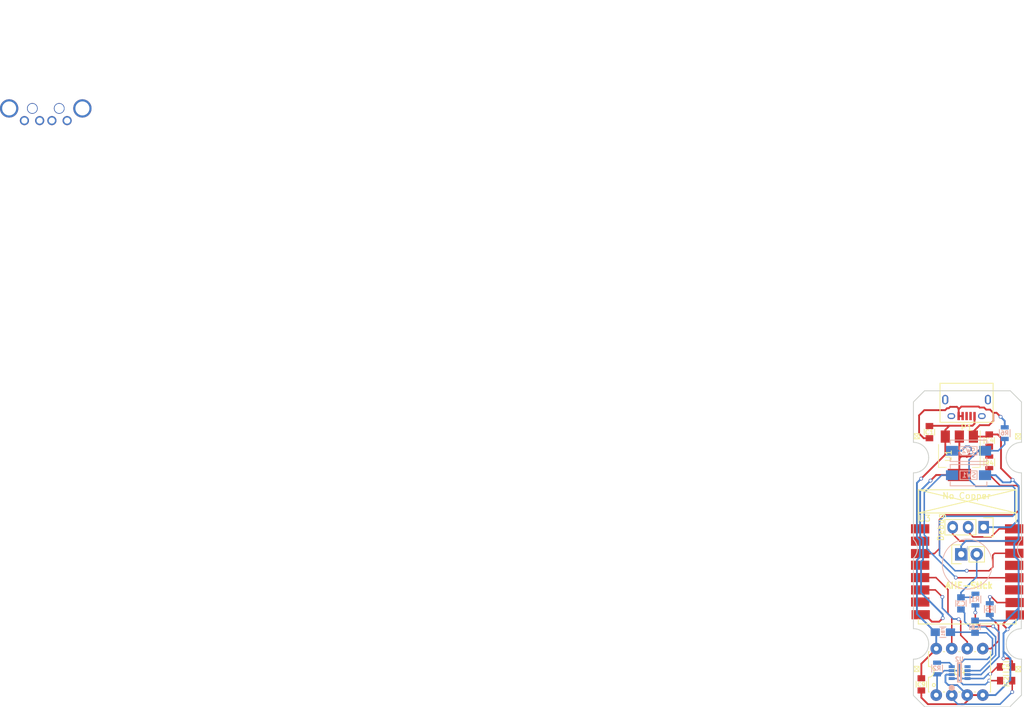
<source format=kicad_pcb>
(kicad_pcb (version 4) (host pcbnew 4.0.4-stable)

  (general
    (links 49)
    (no_connects 0)
    (area -7.69987 -9.675001 171.43 106.500001)
    (thickness 1.6)
    (drawings 53)
    (tracks 315)
    (zones 0)
    (modules 23)
    (nets 19)
  )

  (page A4)
  (layers
    (0 F.Cu signal)
    (31 B.Cu signal)
    (32 B.Adhes user hide)
    (33 F.Adhes user hide)
    (34 B.Paste user hide)
    (35 F.Paste user hide)
    (36 B.SilkS user)
    (37 F.SilkS user)
    (38 B.Mask user hide)
    (39 F.Mask user hide)
    (40 Dwgs.User user hide)
    (41 Cmts.User user hide)
    (42 Eco1.User user hide)
    (43 Eco2.User user hide)
    (44 Edge.Cuts user)
    (45 Margin user hide)
    (46 B.CrtYd user hide)
    (47 F.CrtYd user hide)
    (48 B.Fab user hide)
    (49 F.Fab user hide)
  )

  (setup
    (last_trace_width 0.25)
    (trace_clearance 0.2)
    (zone_clearance 0.508)
    (zone_45_only yes)
    (trace_min 0.2)
    (segment_width 0.127)
    (edge_width 0.15)
    (via_size 0.6)
    (via_drill 0.4)
    (via_min_size 0.4)
    (via_min_drill 0.3)
    (uvia_size 0.3)
    (uvia_drill 0.1)
    (uvias_allowed no)
    (uvia_min_size 0.2)
    (uvia_min_drill 0.1)
    (pcb_text_width 0.3)
    (pcb_text_size 1.5 1.5)
    (mod_edge_width 0.15)
    (mod_text_size 1 1)
    (mod_text_width 0.15)
    (pad_size 1.75 1.75)
    (pad_drill 1.5)
    (pad_to_mask_clearance 0.2)
    (aux_axis_origin 0 0)
    (visible_elements 7FFEFFFF)
    (pcbplotparams
      (layerselection 0x010f0_80000001)
      (usegerberextensions false)
      (excludeedgelayer true)
      (linewidth 0.100000)
      (plotframeref false)
      (viasonmask false)
      (mode 1)
      (useauxorigin false)
      (hpglpennumber 1)
      (hpglpenspeed 20)
      (hpglpendiameter 15)
      (hpglpenoverlay 2)
      (psnegative false)
      (psa4output false)
      (plotreference true)
      (plotvalue true)
      (plotinvisibletext false)
      (padsonsilk false)
      (subtractmaskfromsilk false)
      (outputformat 1)
      (mirror false)
      (drillshape 0)
      (scaleselection 1)
      (outputdirectory ""))
  )

  (net 0 "")
  (net 1 GND)
  (net 2 "Net-(C2-Pad1)")
  (net 3 "Net-(C3-Pad1)")
  (net 4 VCC)
  (net 5 ANALOG)
  (net 6 "Net-(P3-Pad2)")
  (net 7 "Net-(P3-Pad3)")
  (net 8 "Net-(R1-Pad1)")
  (net 9 "Net-(R4-Pad1)")
  (net 10 SS)
  (net 11 "Net-(R6-Pad2)")
  (net 12 "Net-(SW1-Pad1)")
  (net 13 MISO)
  (net 14 SCLK)
  (net 15 +5V)
  (net 16 "Net-(C3-Pad2)")
  (net 17 "Net-(C5-Pad2)")
  (net 18 "Net-(R2-Pad2)")

  (net_class Default "This is the default net class."
    (clearance 0.2)
    (trace_width 0.25)
    (via_dia 0.6)
    (via_drill 0.4)
    (uvia_dia 0.3)
    (uvia_drill 0.1)
    (add_net ANALOG)
    (add_net MISO)
    (add_net "Net-(C2-Pad1)")
    (add_net "Net-(C3-Pad1)")
    (add_net "Net-(C3-Pad2)")
    (add_net "Net-(C5-Pad2)")
    (add_net "Net-(P3-Pad2)")
    (add_net "Net-(P3-Pad3)")
    (add_net "Net-(R1-Pad1)")
    (add_net "Net-(R2-Pad2)")
    (add_net "Net-(R4-Pad1)")
    (add_net "Net-(R6-Pad2)")
    (add_net "Net-(SW1-Pad1)")
    (add_net SCLK)
    (add_net SS)
  )

  (net_class Power ""
    (clearance 0.2)
    (trace_width 0.3)
    (via_dia 0.6)
    (via_drill 0.4)
    (uvia_dia 0.3)
    (uvia_drill 0.1)
    (add_net +5V)
    (add_net GND)
    (add_net VCC)
  )

  (module TO_SOT_Packages_SMD:SOT-223 (layer F.Cu) (tedit 584D9980) (tstamp 584B2BF6)
    (at 149.675 65.25 270)
    (descr "module CMS SOT223 4 pins")
    (tags "CMS SOT")
    (path /58495D09)
    (attr smd)
    (fp_text reference U1 (at 0 1.775 270) (layer F.SilkS)
      (effects (font (size 1 1) (thickness 0.15)))
    )
    (fp_text value LM1117-3.3 (at -16.525 0.85 360) (layer F.Fab)
      (effects (font (size 1 1) (thickness 0.15)))
    )
    (fp_line (start 1.91 3.41) (end 1.91 2.15) (layer F.SilkS) (width 0.12))
    (fp_line (start 1.91 -3.41) (end 1.91 -2.15) (layer F.SilkS) (width 0.12))
    (fp_line (start 4.4 -3.6) (end -4.4 -3.6) (layer F.CrtYd) (width 0.05))
    (fp_line (start 4.4 3.6) (end 4.4 -3.6) (layer F.CrtYd) (width 0.05))
    (fp_line (start -4.4 3.6) (end 4.4 3.6) (layer F.CrtYd) (width 0.05))
    (fp_line (start -4.4 -3.6) (end -4.4 3.6) (layer F.CrtYd) (width 0.05))
    (fp_line (start -1.85 -3.35) (end -1.85 3.35) (layer F.Fab) (width 0.15))
    (fp_line (start -1.85 3.41) (end 1.91 3.41) (layer F.SilkS) (width 0.12))
    (fp_line (start -1.85 -3.35) (end 1.85 -3.35) (layer F.Fab) (width 0.15))
    (fp_line (start -4.1 -3.41) (end 1.91 -3.41) (layer F.SilkS) (width 0.12))
    (fp_line (start -1.85 3.35) (end 1.85 3.35) (layer F.Fab) (width 0.15))
    (fp_line (start 1.85 -3.35) (end 1.85 3.35) (layer F.Fab) (width 0.15))
    (pad 4 smd rect (at 3.15 0 270) (size 2 3.8) (layers F.Cu F.Paste F.Mask)
      (net 4 VCC))
    (pad 2 smd rect (at -3.15 0 270) (size 2 1.5) (layers F.Cu F.Paste F.Mask)
      (net 4 VCC))
    (pad 3 smd rect (at -3.15 2.3 270) (size 2 1.5) (layers F.Cu F.Paste F.Mask)
      (net 15 +5V))
    (pad 1 smd rect (at -3.15 -2.3 270) (size 2 1.5) (layers F.Cu F.Paste F.Mask)
      (net 1 GND))
    (model TO_SOT_Packages_SMD.3dshapes/SOT-223.wrl
      (at (xyz 0 0 0))
      (scale (xyz 0.4 0.4 0.4))
      (rotate (xyz 0 0 90))
    )
  )

  (module Capacitors_SMD:C_0805 (layer F.Cu) (tedit 584D9989) (tstamp 584B2B6F)
    (at 144.775 61.375 270)
    (descr "Capacitor SMD 0805, reflow soldering, AVX (see smccp.pdf)")
    (tags "capacitor 0805")
    (path /58496BB4)
    (attr smd)
    (fp_text reference C1 (at 0.025 0 360) (layer F.SilkS)
      (effects (font (size 0.75 0.75) (thickness 0.15)))
    )
    (fp_text value 0,1 (at 0.075 0 270) (layer F.Fab)
      (effects (font (size 1 1) (thickness 0.15)))
    )
    (fp_line (start -1 0.625) (end -1 -0.625) (layer F.Fab) (width 0.15))
    (fp_line (start 1 0.625) (end -1 0.625) (layer F.Fab) (width 0.15))
    (fp_line (start 1 -0.625) (end 1 0.625) (layer F.Fab) (width 0.15))
    (fp_line (start -1 -0.625) (end 1 -0.625) (layer F.Fab) (width 0.15))
    (fp_line (start -1.8 -1) (end 1.8 -1) (layer F.CrtYd) (width 0.05))
    (fp_line (start -1.8 1) (end 1.8 1) (layer F.CrtYd) (width 0.05))
    (fp_line (start -1.8 -1) (end -1.8 1) (layer F.CrtYd) (width 0.05))
    (fp_line (start 1.8 -1) (end 1.8 1) (layer F.CrtYd) (width 0.05))
    (fp_line (start 0.5 -0.85) (end -0.5 -0.85) (layer F.SilkS) (width 0.15))
    (fp_line (start -0.5 0.85) (end 0.5 0.85) (layer F.SilkS) (width 0.15))
    (pad 1 smd rect (at -1 0 270) (size 1 1.25) (layers F.Cu F.Paste F.Mask)
      (net 15 +5V))
    (pad 2 smd rect (at 1 0 270) (size 1 1.25) (layers F.Cu F.Paste F.Mask)
      (net 1 GND))
    (model Capacitors_SMD.3dshapes/C_0805.wrl
      (at (xyz 0 0 0))
      (scale (xyz 1 1 1))
      (rotate (xyz 0 0 0))
    )
  )

  (module Power_Integrations:PDIP-8 (layer F.Cu) (tedit 0) (tstamp 584B30D3)
    (at 149.7 100.675)
    (descr "PDIP-8 Standard 300mil 8pin Dual In Line Package")
    (tags "Power Integrations P Package")
    (path /58495F1E)
    (fp_text reference U4 (at 0 0) (layer F.SilkS)
      (effects (font (size 1 1) (thickness 0.15)))
    )
    (fp_text value MCP3201 (at 0 0) (layer F.Fab)
      (effects (font (size 1 1) (thickness 0.15)))
    )
    (fp_line (start -5.08 0.889) (end -5.08 3.302) (layer F.SilkS) (width 0.15))
    (fp_line (start -5.08 -0.889) (end -5.08 -3.302) (layer F.SilkS) (width 0.15))
    (fp_arc (start -5.08 0) (end -4.191 0) (angle 90) (layer F.SilkS) (width 0.15))
    (fp_arc (start -5.08 0) (end -5.08 -0.889) (angle 90) (layer F.SilkS) (width 0.15))
    (fp_circle (center -4.191 2.159) (end -3.937 2.159) (layer F.SilkS) (width 0.15))
    (fp_line (start 5.08 3.302) (end 4.953 3.302) (layer F.SilkS) (width 0.15))
    (fp_line (start 2.413 3.302) (end 2.667 3.302) (layer F.SilkS) (width 0.15))
    (fp_line (start -0.127 3.302) (end 0.127 3.302) (layer F.SilkS) (width 0.15))
    (fp_line (start -2.667 3.302) (end -2.413 3.302) (layer F.SilkS) (width 0.15))
    (fp_line (start -5.08 3.302) (end -4.953 3.302) (layer F.SilkS) (width 0.15))
    (fp_line (start -5.08 -3.302) (end -4.953 -3.302) (layer F.SilkS) (width 0.15))
    (fp_line (start 5.08 -3.302) (end 4.953 -3.302) (layer F.SilkS) (width 0.15))
    (fp_line (start 2.413 -3.302) (end 2.667 -3.302) (layer F.SilkS) (width 0.15))
    (fp_line (start -0.127 -3.302) (end 0.127 -3.302) (layer F.SilkS) (width 0.15))
    (fp_line (start -2.667 -3.302) (end -2.413 -3.302) (layer F.SilkS) (width 0.15))
    (fp_line (start 5.08 3.302) (end 5.08 -3.302) (layer F.SilkS) (width 0.15))
    (pad 1 thru_hole circle (at -3.81 3.81) (size 1.905 1.905) (drill 0.762) (layers *.Cu *.Mask)
      (net 17 "Net-(C5-Pad2)"))
    (pad 2 thru_hole circle (at -1.27 3.81) (size 1.905 1.905) (drill 0.762) (layers *.Cu *.Mask)
      (net 5 ANALOG))
    (pad 3 thru_hole circle (at 1.27 3.81) (size 1.905 1.905) (drill 0.762) (layers *.Cu *.Mask)
      (net 1 GND))
    (pad 4 thru_hole circle (at 3.81 3.81) (size 1.905 1.905) (drill 0.762) (layers *.Cu *.Mask)
      (net 1 GND))
    (pad 5 thru_hole circle (at 3.81 -3.81) (size 1.905 1.905) (drill 0.762) (layers *.Cu *.Mask)
      (net 10 SS))
    (pad 6 thru_hole circle (at 1.27 -3.81) (size 1.905 1.905) (drill 0.762) (layers *.Cu *.Mask)
      (net 13 MISO))
    (pad 7 thru_hole circle (at -1.27 -3.81) (size 1.905 1.905) (drill 0.762) (layers *.Cu *.Mask)
      (net 14 SCLK))
    (pad 8 thru_hole circle (at -3.81 -3.81) (size 1.905 1.905) (drill 0.762) (layers *.Cu *.Mask)
      (net 15 +5V))
  )

  (module Capacitors_SMD:C_0805 (layer F.Cu) (tedit 584E6F1D) (tstamp 584B2B75)
    (at 157.34 102.12)
    (descr "Capacitor SMD 0805, reflow soldering, AVX (see smccp.pdf)")
    (tags "capacitor 0805")
    (path /584C93B0)
    (attr smd)
    (fp_text reference C2 (at 0.025 0.01 90) (layer F.SilkS)
      (effects (font (size 0.7 0.7) (thickness 0.15)))
    )
    (fp_text value 0,1 (at 0.05 -0.05) (layer F.Fab) hide
      (effects (font (size 1 1) (thickness 0.15)))
    )
    (fp_line (start -1 0.625) (end -1 -0.625) (layer F.Fab) (width 0.15))
    (fp_line (start 1 0.625) (end -1 0.625) (layer F.Fab) (width 0.15))
    (fp_line (start 1 -0.625) (end 1 0.625) (layer F.Fab) (width 0.15))
    (fp_line (start -1 -0.625) (end 1 -0.625) (layer F.Fab) (width 0.15))
    (fp_line (start -1.8 -1) (end 1.8 -1) (layer F.CrtYd) (width 0.05))
    (fp_line (start -1.8 1) (end 1.8 1) (layer F.CrtYd) (width 0.05))
    (fp_line (start -1.8 -1) (end -1.8 1) (layer F.CrtYd) (width 0.05))
    (fp_line (start 1.8 -1) (end 1.8 1) (layer F.CrtYd) (width 0.05))
    (fp_line (start 0.5 -0.85) (end -0.5 -0.85) (layer F.SilkS) (width 0.15))
    (fp_line (start -0.5 0.85) (end 0.5 0.85) (layer F.SilkS) (width 0.15))
    (pad 1 smd rect (at -1 0) (size 1 1.25) (layers F.Cu F.Paste F.Mask)
      (net 2 "Net-(C2-Pad1)"))
    (pad 2 smd rect (at 1 0) (size 1 1.25) (layers F.Cu F.Paste F.Mask)
      (net 5 ANALOG))
    (model Capacitors_SMD.3dshapes/C_0805.wrl
      (at (xyz 0 0 0))
      (scale (xyz 1 1 1))
      (rotate (xyz 0 0 0))
    )
  )

  (module Capacitors_SMD:C_0805 (layer B.Cu) (tedit 584DCAA0) (tstamp 584B2B7B)
    (at 149.94 89.45 270)
    (descr "Capacitor SMD 0805, reflow soldering, AVX (see smccp.pdf)")
    (tags "capacitor 0805")
    (path /584C9919)
    (attr smd)
    (fp_text reference C3 (at 0.05 0 360) (layer B.SilkS)
      (effects (font (size 0.75 0.75) (thickness 0.15)) (justify mirror))
    )
    (fp_text value 0,1 (at 0 -2.1 270) (layer B.Fab)
      (effects (font (size 1 1) (thickness 0.15)) (justify mirror))
    )
    (fp_line (start -1 -0.625) (end -1 0.625) (layer B.Fab) (width 0.15))
    (fp_line (start 1 -0.625) (end -1 -0.625) (layer B.Fab) (width 0.15))
    (fp_line (start 1 0.625) (end 1 -0.625) (layer B.Fab) (width 0.15))
    (fp_line (start -1 0.625) (end 1 0.625) (layer B.Fab) (width 0.15))
    (fp_line (start -1.8 1) (end 1.8 1) (layer B.CrtYd) (width 0.05))
    (fp_line (start -1.8 -1) (end 1.8 -1) (layer B.CrtYd) (width 0.05))
    (fp_line (start -1.8 1) (end -1.8 -1) (layer B.CrtYd) (width 0.05))
    (fp_line (start 1.8 1) (end 1.8 -1) (layer B.CrtYd) (width 0.05))
    (fp_line (start 0.5 0.85) (end -0.5 0.85) (layer B.SilkS) (width 0.15))
    (fp_line (start -0.5 -0.85) (end 0.5 -0.85) (layer B.SilkS) (width 0.15))
    (pad 1 smd rect (at -1 0 270) (size 1 1.25) (layers B.Cu B.Paste B.Mask)
      (net 3 "Net-(C3-Pad1)"))
    (pad 2 smd rect (at 1 0 270) (size 1 1.25) (layers B.Cu B.Paste B.Mask)
      (net 16 "Net-(C3-Pad2)"))
    (model Capacitors_SMD.3dshapes/C_0805.wrl
      (at (xyz 0 0 0))
      (scale (xyz 1 1 1))
      (rotate (xyz 0 0 0))
    )
  )

  (module Capacitors_SMD:C_0805 (layer F.Cu) (tedit 584D9973) (tstamp 584B2B81)
    (at 154.575 62.75 90)
    (descr "Capacitor SMD 0805, reflow soldering, AVX (see smccp.pdf)")
    (tags "capacitor 0805")
    (path /58496C2E)
    (attr smd)
    (fp_text reference C4 (at 0.025 0.05 180) (layer F.SilkS)
      (effects (font (size 0.75 0.75) (thickness 0.125)))
    )
    (fp_text value 10 (at -0.125 0.05 90) (layer F.Fab)
      (effects (font (size 1 1) (thickness 0.15)))
    )
    (fp_line (start -1 0.625) (end -1 -0.625) (layer F.Fab) (width 0.15))
    (fp_line (start 1 0.625) (end -1 0.625) (layer F.Fab) (width 0.15))
    (fp_line (start 1 -0.625) (end 1 0.625) (layer F.Fab) (width 0.15))
    (fp_line (start -1 -0.625) (end 1 -0.625) (layer F.Fab) (width 0.15))
    (fp_line (start -1.8 -1) (end 1.8 -1) (layer F.CrtYd) (width 0.05))
    (fp_line (start -1.8 1) (end 1.8 1) (layer F.CrtYd) (width 0.05))
    (fp_line (start -1.8 -1) (end -1.8 1) (layer F.CrtYd) (width 0.05))
    (fp_line (start 1.8 -1) (end 1.8 1) (layer F.CrtYd) (width 0.05))
    (fp_line (start 0.5 -0.85) (end -0.5 -0.85) (layer F.SilkS) (width 0.15))
    (fp_line (start -0.5 0.85) (end 0.5 0.85) (layer F.SilkS) (width 0.15))
    (pad 1 smd rect (at -1 0 90) (size 1 1.25) (layers F.Cu F.Paste F.Mask)
      (net 4 VCC))
    (pad 2 smd rect (at 1 0 90) (size 1 1.25) (layers F.Cu F.Paste F.Mask)
      (net 1 GND))
    (model Capacitors_SMD.3dshapes/C_0805.wrl
      (at (xyz 0 0 0))
      (scale (xyz 1 1 1))
      (rotate (xyz 0 0 0))
    )
  )

  (module Capacitors_SMD:C_0805 (layer F.Cu) (tedit 584E7050) (tstamp 584B2B87)
    (at 157.32 99.87 180)
    (descr "Capacitor SMD 0805, reflow soldering, AVX (see smccp.pdf)")
    (tags "capacitor 0805")
    (path /584C9688)
    (attr smd)
    (fp_text reference C5 (at 0.03 0.01 360) (layer F.SilkS)
      (effects (font (size 0.7 0.7) (thickness 0.15)))
    )
    (fp_text value 0,1 (at 0 2.1 180) (layer F.Fab)
      (effects (font (size 1 1) (thickness 0.15)))
    )
    (fp_line (start -1 0.625) (end -1 -0.625) (layer F.Fab) (width 0.15))
    (fp_line (start 1 0.625) (end -1 0.625) (layer F.Fab) (width 0.15))
    (fp_line (start 1 -0.625) (end 1 0.625) (layer F.Fab) (width 0.15))
    (fp_line (start -1 -0.625) (end 1 -0.625) (layer F.Fab) (width 0.15))
    (fp_line (start -1.8 -1) (end 1.8 -1) (layer F.CrtYd) (width 0.05))
    (fp_line (start -1.8 1) (end 1.8 1) (layer F.CrtYd) (width 0.05))
    (fp_line (start -1.8 -1) (end -1.8 1) (layer F.CrtYd) (width 0.05))
    (fp_line (start 1.8 -1) (end 1.8 1) (layer F.CrtYd) (width 0.05))
    (fp_line (start 0.5 -0.85) (end -0.5 -0.85) (layer F.SilkS) (width 0.15))
    (fp_line (start -0.5 0.85) (end 0.5 0.85) (layer F.SilkS) (width 0.15))
    (pad 1 smd rect (at -1 0 180) (size 1 1.25) (layers F.Cu F.Paste F.Mask)
      (net 1 GND))
    (pad 2 smd rect (at 1 0 180) (size 1 1.25) (layers F.Cu F.Paste F.Mask)
      (net 17 "Net-(C5-Pad2)"))
    (model Capacitors_SMD.3dshapes/C_0805.wrl
      (at (xyz 0 0 0))
      (scale (xyz 1 1 1))
      (rotate (xyz 0 0 0))
    )
  )

  (module Capacitors_SMD:C_0805 (layer B.Cu) (tedit 584E6F00) (tstamp 584B2B99)
    (at 152.25 93.275 270)
    (descr "Capacitor SMD 0805, reflow soldering, AVX (see smccp.pdf)")
    (tags "capacitor 0805")
    (path /58499029)
    (attr smd)
    (fp_text reference C8 (at 0.105 -0.02 360) (layer B.SilkS)
      (effects (font (size 0.7 0.7) (thickness 0.15)) (justify mirror))
    )
    (fp_text value 0,1 (at 0 -2.1 270) (layer B.Fab)
      (effects (font (size 1 1) (thickness 0.15)) (justify mirror))
    )
    (fp_line (start -1 -0.625) (end -1 0.625) (layer B.Fab) (width 0.15))
    (fp_line (start 1 -0.625) (end -1 -0.625) (layer B.Fab) (width 0.15))
    (fp_line (start 1 0.625) (end 1 -0.625) (layer B.Fab) (width 0.15))
    (fp_line (start -1 0.625) (end 1 0.625) (layer B.Fab) (width 0.15))
    (fp_line (start -1.8 1) (end 1.8 1) (layer B.CrtYd) (width 0.05))
    (fp_line (start -1.8 -1) (end 1.8 -1) (layer B.CrtYd) (width 0.05))
    (fp_line (start -1.8 1) (end -1.8 -1) (layer B.CrtYd) (width 0.05))
    (fp_line (start 1.8 1) (end 1.8 -1) (layer B.CrtYd) (width 0.05))
    (fp_line (start 0.5 0.85) (end -0.5 0.85) (layer B.SilkS) (width 0.15))
    (fp_line (start -0.5 -0.85) (end 0.5 -0.85) (layer B.SilkS) (width 0.15))
    (pad 1 smd rect (at -1 0 270) (size 1 1.25) (layers B.Cu B.Paste B.Mask)
      (net 1 GND))
    (pad 2 smd rect (at 1 0 270) (size 1 1.25) (layers B.Cu B.Paste B.Mask)
      (net 17 "Net-(C5-Pad2)"))
    (model Capacitors_SMD.3dshapes/C_0805.wrl
      (at (xyz 0 0 0))
      (scale (xyz 1 1 1))
      (rotate (xyz 0 0 0))
    )
  )

  (module Capacitors_SMD:C_0805 (layer F.Cu) (tedit 584E6F14) (tstamp 584B2B9F)
    (at 143.45 102.725 90)
    (descr "Capacitor SMD 0805, reflow soldering, AVX (see smccp.pdf)")
    (tags "capacitor 0805")
    (path /584989F9)
    (attr smd)
    (fp_text reference C9 (at -0.035 -0.01 180) (layer F.SilkS)
      (effects (font (size 0.7 0.7) (thickness 0.15)))
    )
    (fp_text value 0,1 (at 0 2.1 90) (layer F.Fab)
      (effects (font (size 1 1) (thickness 0.15)))
    )
    (fp_line (start -1 0.625) (end -1 -0.625) (layer F.Fab) (width 0.15))
    (fp_line (start 1 0.625) (end -1 0.625) (layer F.Fab) (width 0.15))
    (fp_line (start 1 -0.625) (end 1 0.625) (layer F.Fab) (width 0.15))
    (fp_line (start -1 -0.625) (end 1 -0.625) (layer F.Fab) (width 0.15))
    (fp_line (start -1.8 -1) (end 1.8 -1) (layer F.CrtYd) (width 0.05))
    (fp_line (start -1.8 1) (end 1.8 1) (layer F.CrtYd) (width 0.05))
    (fp_line (start -1.8 -1) (end -1.8 1) (layer F.CrtYd) (width 0.05))
    (fp_line (start 1.8 -1) (end 1.8 1) (layer F.CrtYd) (width 0.05))
    (fp_line (start 0.5 -0.85) (end -0.5 -0.85) (layer F.SilkS) (width 0.15))
    (fp_line (start -0.5 0.85) (end 0.5 0.85) (layer F.SilkS) (width 0.15))
    (pad 1 smd rect (at -1 0 90) (size 1 1.25) (layers F.Cu F.Paste F.Mask)
      (net 1 GND))
    (pad 2 smd rect (at 1 0 90) (size 1 1.25) (layers F.Cu F.Paste F.Mask)
      (net 15 +5V))
    (model Capacitors_SMD.3dshapes/C_0805.wrl
      (at (xyz 0 0 0))
      (scale (xyz 1 1 1))
      (rotate (xyz 0 0 0))
    )
  )

  (module Capacitors_SMD:C_0805_HandSoldering (layer B.Cu) (tedit 584E6F0A) (tstamp 584B2BA5)
    (at 146.975 94.175 180)
    (descr "Capacitor SMD 0805, hand soldering")
    (tags "capacitor 0805")
    (path /5849DA18)
    (attr smd)
    (fp_text reference FB1 (at -0.035 0.045 270) (layer B.SilkS)
      (effects (font (size 0.5 0.5) (thickness 0.125)) (justify mirror))
    )
    (fp_text value FERRITE (at 0 -2.1 180) (layer B.Fab)
      (effects (font (size 1 1) (thickness 0.15)) (justify mirror))
    )
    (fp_line (start -1 -0.625) (end -1 0.625) (layer B.Fab) (width 0.15))
    (fp_line (start 1 -0.625) (end -1 -0.625) (layer B.Fab) (width 0.15))
    (fp_line (start 1 0.625) (end 1 -0.625) (layer B.Fab) (width 0.15))
    (fp_line (start -1 0.625) (end 1 0.625) (layer B.Fab) (width 0.15))
    (fp_line (start -2.3 1) (end 2.3 1) (layer B.CrtYd) (width 0.05))
    (fp_line (start -2.3 -1) (end 2.3 -1) (layer B.CrtYd) (width 0.05))
    (fp_line (start -2.3 1) (end -2.3 -1) (layer B.CrtYd) (width 0.05))
    (fp_line (start 2.3 1) (end 2.3 -1) (layer B.CrtYd) (width 0.05))
    (fp_line (start 0.5 0.85) (end -0.5 0.85) (layer B.SilkS) (width 0.15))
    (fp_line (start -0.5 -0.85) (end 0.5 -0.85) (layer B.SilkS) (width 0.15))
    (pad 1 smd rect (at -1.25 0 180) (size 1.5 1.25) (layers B.Cu B.Paste B.Mask)
      (net 17 "Net-(C5-Pad2)"))
    (pad 2 smd rect (at 1.25 0 180) (size 1.5 1.25) (layers B.Cu B.Paste B.Mask)
      (net 15 +5V))
    (model Capacitors_SMD.3dshapes/C_0805_HandSoldering.wrl
      (at (xyz 0 0 0))
      (scale (xyz 1 1 1))
      (rotate (xyz 0 0 0))
    )
  )

  (module Socket_Strips:Socket_Strip_Straight_1x02 (layer F.Cu) (tedit 584DCAB4) (tstamp 584B2BB5)
    (at 149.98 81.4)
    (descr "Through hole socket strip")
    (tags "socket strip")
    (path /58497FE6)
    (fp_text reference P2 (at 20.375 -0.525 90) (layer F.SilkS) hide
      (effects (font (size 1 1) (thickness 0.15)))
    )
    (fp_text value MIC (at 0 -3.1) (layer F.Fab)
      (effects (font (size 1 1) (thickness 0.15)))
    )
    (fp_line (start -1.55 1.55) (end 0 1.55) (layer F.SilkS) (width 0.15))
    (fp_line (start 3.81 1.27) (end 1.27 1.27) (layer F.SilkS) (width 0.15))
    (fp_line (start -1.75 -1.75) (end -1.75 1.75) (layer F.CrtYd) (width 0.05))
    (fp_line (start 4.3 -1.75) (end 4.3 1.75) (layer F.CrtYd) (width 0.05))
    (fp_line (start -1.75 -1.75) (end 4.3 -1.75) (layer F.CrtYd) (width 0.05))
    (fp_line (start -1.75 1.75) (end 4.3 1.75) (layer F.CrtYd) (width 0.05))
    (fp_line (start 1.27 1.27) (end 1.27 -1.27) (layer F.SilkS) (width 0.15))
    (fp_line (start 0 -1.55) (end -1.55 -1.55) (layer F.SilkS) (width 0.15))
    (fp_line (start -1.55 -1.55) (end -1.55 1.55) (layer F.SilkS) (width 0.15))
    (fp_line (start 1.27 -1.27) (end 3.81 -1.27) (layer F.SilkS) (width 0.15))
    (fp_line (start 3.81 -1.27) (end 3.81 1.27) (layer F.SilkS) (width 0.15))
    (pad 1 thru_hole rect (at 0 0) (size 2.032 2.032) (drill 1.016) (layers *.Cu *.Mask)
      (net 1 GND))
    (pad 2 thru_hole oval (at 2.54 0) (size 2.032 2.032) (drill 1.016) (layers *.Cu *.Mask)
      (net 3 "Net-(C3-Pad1)"))
    (model Socket_Strips.3dshapes/Socket_Strip_Straight_1x02.wrl
      (at (xyz 0.05 0 0))
      (scale (xyz 1 1 1))
      (rotate (xyz 0 0 180))
    )
  )

  (module Socket_Strips:Socket_Strip_Straight_1x03 (layer F.Cu) (tedit 584E8544) (tstamp 584B2BBC)
    (at 153.66 76.96 180)
    (descr "Through hole socket strip")
    (tags "socket strip")
    (path /58496661)
    (fp_text reference Debug (at 7.03 0.01 450) (layer F.SilkS)
      (effects (font (size 1 1) (thickness 0.15)))
    )
    (fp_text value Debug (at 0 -3.1 180) (layer F.Fab)
      (effects (font (size 1 1) (thickness 0.15)))
    )
    (fp_line (start 0 -1.55) (end -1.55 -1.55) (layer F.SilkS) (width 0.15))
    (fp_line (start -1.55 -1.55) (end -1.55 1.55) (layer F.SilkS) (width 0.15))
    (fp_line (start -1.55 1.55) (end 0 1.55) (layer F.SilkS) (width 0.15))
    (fp_line (start -1.75 -1.75) (end -1.75 1.75) (layer F.CrtYd) (width 0.05))
    (fp_line (start 6.85 -1.75) (end 6.85 1.75) (layer F.CrtYd) (width 0.05))
    (fp_line (start -1.75 -1.75) (end 6.85 -1.75) (layer F.CrtYd) (width 0.05))
    (fp_line (start -1.75 1.75) (end 6.85 1.75) (layer F.CrtYd) (width 0.05))
    (fp_line (start 1.27 -1.27) (end 6.35 -1.27) (layer F.SilkS) (width 0.15))
    (fp_line (start 6.35 -1.27) (end 6.35 1.27) (layer F.SilkS) (width 0.15))
    (fp_line (start 6.35 1.27) (end 1.27 1.27) (layer F.SilkS) (width 0.15))
    (fp_line (start 1.27 1.27) (end 1.27 -1.27) (layer F.SilkS) (width 0.15))
    (pad 1 thru_hole rect (at 0 0 180) (size 1.7272 2.032) (drill 1.016) (layers *.Cu *.Mask)
      (net 1 GND))
    (pad 2 thru_hole oval (at 2.54 0 180) (size 1.7272 2.032) (drill 1.016) (layers *.Cu *.Mask)
      (net 6 "Net-(P3-Pad2)"))
    (pad 3 thru_hole oval (at 5.08 0 180) (size 1.7272 2.032) (drill 1.016) (layers *.Cu *.Mask)
      (net 7 "Net-(P3-Pad3)"))
    (model Socket_Strips.3dshapes/Socket_Strip_Straight_1x03.wrl
      (at (xyz 0.1 0 0))
      (scale (xyz 1 1 1))
      (rotate (xyz 0 0 180))
    )
  )

  (module Resistors_SMD:R_0805 (layer B.Cu) (tedit 584DCA97) (tstamp 584B2BC2)
    (at 152.31 88.82 90)
    (descr "Resistor SMD 0805, reflow soldering, Vishay (see dcrcw.pdf)")
    (tags "resistor 0805")
    (path /584C9A90)
    (attr smd)
    (fp_text reference R1 (at 0.05 -0.025 180) (layer B.SilkS)
      (effects (font (size 0.75 0.75) (thickness 0.15)) (justify mirror))
    )
    (fp_text value 2,2k (at 0 -2.1 90) (layer B.Fab)
      (effects (font (size 1 1) (thickness 0.15)) (justify mirror))
    )
    (fp_line (start -1 -0.625) (end -1 0.625) (layer B.Fab) (width 0.1))
    (fp_line (start 1 -0.625) (end -1 -0.625) (layer B.Fab) (width 0.1))
    (fp_line (start 1 0.625) (end 1 -0.625) (layer B.Fab) (width 0.1))
    (fp_line (start -1 0.625) (end 1 0.625) (layer B.Fab) (width 0.1))
    (fp_line (start -1.6 1) (end 1.6 1) (layer B.CrtYd) (width 0.05))
    (fp_line (start -1.6 -1) (end 1.6 -1) (layer B.CrtYd) (width 0.05))
    (fp_line (start -1.6 1) (end -1.6 -1) (layer B.CrtYd) (width 0.05))
    (fp_line (start 1.6 1) (end 1.6 -1) (layer B.CrtYd) (width 0.05))
    (fp_line (start 0.6 -0.875) (end -0.6 -0.875) (layer B.SilkS) (width 0.15))
    (fp_line (start -0.6 0.875) (end 0.6 0.875) (layer B.SilkS) (width 0.15))
    (pad 1 smd rect (at -0.95 0 90) (size 0.7 1.3) (layers B.Cu B.Paste B.Mask)
      (net 8 "Net-(R1-Pad1)"))
    (pad 2 smd rect (at 0.95 0 90) (size 0.7 1.3) (layers B.Cu B.Paste B.Mask)
      (net 3 "Net-(C3-Pad1)"))
    (model Resistors_SMD.3dshapes/R_0805.wrl
      (at (xyz 0 0 0))
      (scale (xyz 1 1 1))
      (rotate (xyz 0 0 0))
    )
  )

  (module Resistors_SMD:R_0805 (layer F.Cu) (tedit 584E6C3D) (tstamp 584B2BD4)
    (at 154.575 66.325 90)
    (descr "Resistor SMD 0805, reflow soldering, Vishay (see dcrcw.pdf)")
    (tags "resistor 0805")
    (path /58496E46)
    (attr smd)
    (fp_text reference R4 (at -0.125 0.025 180) (layer F.SilkS)
      (effects (font (size 0.7 0.7) (thickness 0.15)))
    )
    (fp_text value 10k (at 0 2.1 90) (layer F.Fab)
      (effects (font (size 1 1) (thickness 0.15)))
    )
    (fp_line (start -1 0.625) (end -1 -0.625) (layer F.Fab) (width 0.1))
    (fp_line (start 1 0.625) (end -1 0.625) (layer F.Fab) (width 0.1))
    (fp_line (start 1 -0.625) (end 1 0.625) (layer F.Fab) (width 0.1))
    (fp_line (start -1 -0.625) (end 1 -0.625) (layer F.Fab) (width 0.1))
    (fp_line (start -1.6 -1) (end 1.6 -1) (layer F.CrtYd) (width 0.05))
    (fp_line (start -1.6 1) (end 1.6 1) (layer F.CrtYd) (width 0.05))
    (fp_line (start -1.6 -1) (end -1.6 1) (layer F.CrtYd) (width 0.05))
    (fp_line (start 1.6 -1) (end 1.6 1) (layer F.CrtYd) (width 0.05))
    (fp_line (start 0.6 0.875) (end -0.6 0.875) (layer F.SilkS) (width 0.15))
    (fp_line (start -0.6 -0.875) (end 0.6 -0.875) (layer F.SilkS) (width 0.15))
    (pad 1 smd rect (at -0.95 0 90) (size 0.7 1.3) (layers F.Cu F.Paste F.Mask)
      (net 9 "Net-(R4-Pad1)"))
    (pad 2 smd rect (at 0.95 0 90) (size 0.7 1.3) (layers F.Cu F.Paste F.Mask)
      (net 4 VCC))
    (model Resistors_SMD.3dshapes/R_0805.wrl
      (at (xyz 0 0 0))
      (scale (xyz 1 1 1))
      (rotate (xyz 0 0 0))
    )
  )

  (module Resistors_SMD:R_0805 (layer B.Cu) (tedit 584E6F23) (tstamp 584B2BDA)
    (at 154.66 90.38 270)
    (descr "Resistor SMD 0805, reflow soldering, Vishay (see dcrcw.pdf)")
    (tags "resistor 0805")
    (path /58497D8F)
    (attr smd)
    (fp_text reference R5 (at 0.02 -0.005 540) (layer B.SilkS)
      (effects (font (size 0.75 0.75) (thickness 0.15)) (justify mirror))
    )
    (fp_text value 10k (at 0 -2.1 270) (layer B.Fab)
      (effects (font (size 1 1) (thickness 0.15)) (justify mirror))
    )
    (fp_line (start -1 -0.625) (end -1 0.625) (layer B.Fab) (width 0.1))
    (fp_line (start 1 -0.625) (end -1 -0.625) (layer B.Fab) (width 0.1))
    (fp_line (start 1 0.625) (end 1 -0.625) (layer B.Fab) (width 0.1))
    (fp_line (start -1 0.625) (end 1 0.625) (layer B.Fab) (width 0.1))
    (fp_line (start -1.6 1) (end 1.6 1) (layer B.CrtYd) (width 0.05))
    (fp_line (start -1.6 -1) (end 1.6 -1) (layer B.CrtYd) (width 0.05))
    (fp_line (start -1.6 1) (end -1.6 -1) (layer B.CrtYd) (width 0.05))
    (fp_line (start 1.6 1) (end 1.6 -1) (layer B.CrtYd) (width 0.05))
    (fp_line (start 0.6 -0.875) (end -0.6 -0.875) (layer B.SilkS) (width 0.15))
    (fp_line (start -0.6 0.875) (end 0.6 0.875) (layer B.SilkS) (width 0.15))
    (pad 1 smd rect (at -0.95 0 270) (size 0.7 1.3) (layers B.Cu B.Paste B.Mask)
      (net 10 SS))
    (pad 2 smd rect (at 0.95 0 270) (size 0.7 1.3) (layers B.Cu B.Paste B.Mask)
      (net 1 GND))
    (model Resistors_SMD.3dshapes/R_0805.wrl
      (at (xyz 0 0 0))
      (scale (xyz 1 1 1))
      (rotate (xyz 0 0 0))
    )
  )

  (module Resistors_SMD:R_0805 (layer B.Cu) (tedit 584E81A8) (tstamp 584B2BE0)
    (at 157.11 61.54 270)
    (descr "Resistor SMD 0805, reflow soldering, Vishay (see dcrcw.pdf)")
    (tags "resistor 0805")
    (path /584974BB)
    (attr smd)
    (fp_text reference R6 (at -0.01 0.01 540) (layer B.SilkS)
      (effects (font (size 0.7 0.7) (thickness 0.15)) (justify mirror))
    )
    (fp_text value 10k (at 0 -2.1 270) (layer B.Fab)
      (effects (font (size 1 1) (thickness 0.15)) (justify mirror))
    )
    (fp_line (start -1 -0.625) (end -1 0.625) (layer B.Fab) (width 0.1))
    (fp_line (start 1 -0.625) (end -1 -0.625) (layer B.Fab) (width 0.1))
    (fp_line (start 1 0.625) (end 1 -0.625) (layer B.Fab) (width 0.1))
    (fp_line (start -1 0.625) (end 1 0.625) (layer B.Fab) (width 0.1))
    (fp_line (start -1.6 1) (end 1.6 1) (layer B.CrtYd) (width 0.05))
    (fp_line (start -1.6 -1) (end 1.6 -1) (layer B.CrtYd) (width 0.05))
    (fp_line (start -1.6 1) (end -1.6 -1) (layer B.CrtYd) (width 0.05))
    (fp_line (start 1.6 1) (end 1.6 -1) (layer B.CrtYd) (width 0.05))
    (fp_line (start 0.6 -0.875) (end -0.6 -0.875) (layer B.SilkS) (width 0.15))
    (fp_line (start -0.6 0.875) (end 0.6 0.875) (layer B.SilkS) (width 0.15))
    (pad 1 smd rect (at -0.95 0 270) (size 0.7 1.3) (layers B.Cu B.Paste B.Mask)
      (net 1 GND))
    (pad 2 smd rect (at 0.95 0 270) (size 0.7 1.3) (layers B.Cu B.Paste B.Mask)
      (net 11 "Net-(R6-Pad2)"))
    (model Resistors_SMD.3dshapes/R_0805.wrl
      (at (xyz 0 0 0))
      (scale (xyz 1 1 1))
      (rotate (xyz 0 0 0))
    )
  )

  (module Buttons_Switches_SMD:SW_SPST_EVQPE1 (layer B.Cu) (tedit 584B3295) (tstamp 584B2BEE)
    (at 151.18 64.43 180)
    (descr "Light Touch Switch")
    (path /5849753C)
    (attr smd)
    (fp_text reference SW2 (at 0 0 180) (layer B.SilkS)
      (effects (font (size 0.75 0.75) (thickness 0.15)) (justify mirror))
    )
    (fp_text value SW_PUSH (at 0 -3 180) (layer B.Fab) hide
      (effects (font (size 1 1) (thickness 0.15)) (justify mirror))
    )
    (fp_line (start -1.4 0.7) (end 1.4 0.7) (layer B.SilkS) (width 0.15))
    (fp_line (start 1.4 0.7) (end 1.4 -0.7) (layer B.SilkS) (width 0.15))
    (fp_line (start 1.4 -0.7) (end -1.4 -0.7) (layer B.SilkS) (width 0.15))
    (fp_line (start -1.4 -0.7) (end -1.4 0.7) (layer B.SilkS) (width 0.15))
    (fp_line (start -3.95 2) (end 3.95 2) (layer B.CrtYd) (width 0.05))
    (fp_line (start 3.95 2) (end 3.95 -2) (layer B.CrtYd) (width 0.05))
    (fp_line (start 3.95 -2) (end -3.95 -2) (layer B.CrtYd) (width 0.05))
    (fp_line (start -3.95 -2) (end -3.95 2) (layer B.CrtYd) (width 0.05))
    (fp_line (start 3 1.75) (end 3 1.1) (layer B.SilkS) (width 0.15))
    (fp_line (start 3 -1.75) (end 3 -1.1) (layer B.SilkS) (width 0.15))
    (fp_line (start -3 -1.1) (end -3 -1.75) (layer B.SilkS) (width 0.15))
    (fp_line (start -3 1.75) (end -3 1.1) (layer B.SilkS) (width 0.15))
    (fp_line (start 3 1.75) (end -3 1.75) (layer B.SilkS) (width 0.15))
    (fp_line (start -3 -1.75) (end 3 -1.75) (layer B.SilkS) (width 0.15))
    (pad 2 smd rect (at 2.7 0 180) (size 2 1.6) (layers B.Cu B.Paste B.Mask)
      (net 4 VCC))
    (pad 1 smd rect (at -2.7 0 180) (size 2 1.6) (layers B.Cu B.Paste B.Mask)
      (net 11 "Net-(R6-Pad2)"))
  )

  (module ASKicadLib:ESP-07_AS (layer F.Cu) (tedit 58565997) (tstamp 584B2C25)
    (at 143.95 77.225)
    (descr "Module, ESP-8266, ESP-07v2, 16 pad, SMD")
    (tags "Module ESP-8266 ESP8266")
    (path /58495FE2)
    (fp_text reference U3 (at 0.025 -1.7 180) (layer F.SilkS)
      (effects (font (size 1 1) (thickness 0.15)))
    )
    (fp_text value ESP-07v2 (at 7.25 2.25) (layer F.Fab)
      (effects (font (size 1 1) (thickness 0.15)))
    )
    (fp_line (start -2.25 -0.5) (end -2.25 -6.65) (layer F.CrtYd) (width 0.05))
    (fp_line (start -2.25 -6.65) (end 16.25 -6.65) (layer F.CrtYd) (width 0.05))
    (fp_line (start 16.25 -6.65) (end 16.25 16) (layer F.CrtYd) (width 0.05))
    (fp_line (start 16.25 16) (end -2.25 16) (layer F.CrtYd) (width 0.05))
    (fp_line (start -2.25 16) (end -2.25 -0.5) (layer F.CrtYd) (width 0.05))
    (fp_line (start -1 -6.4) (end 15 -6.4) (layer F.SilkS) (width 0.1524))
    (fp_line (start 15 -6.4) (end 15 -1) (layer F.SilkS) (width 0.1524))
    (fp_line (start -1 -6.4) (end -1 -1) (layer F.SilkS) (width 0.1524))
    (fp_line (start -1 14.8) (end -1 15.6) (layer F.SilkS) (width 0.1524))
    (fp_line (start -1 15.6) (end 15 15.6) (layer F.SilkS) (width 0.1524))
    (fp_line (start 15 15.6) (end 15 14.8) (layer F.SilkS) (width 0.1524))
    (fp_line (start 15 -6.4) (end -1 -2.6) (layer F.SilkS) (width 0.1524))
    (fp_line (start -1 -6.4) (end 15 -2.6) (layer F.SilkS) (width 0.1524))
    (fp_text user "No Copper" (at 6.892 -5.4) (layer F.SilkS)
      (effects (font (size 1 1) (thickness 0.15)))
    )
    (fp_line (start -1.008 -2.6) (end 14.992 -2.6) (layer F.SilkS) (width 0.1524))
    (fp_line (start 15 -6.4) (end 15 15.6) (layer F.Fab) (width 0.05))
    (fp_line (start 15 15.6) (end -1 15.6) (layer F.Fab) (width 0.05))
    (fp_line (start -1.008 15.6) (end -1.008 -6.4) (layer F.Fab) (width 0.05))
    (fp_line (start -1 -6.4) (end 15 -6.4) (layer F.Fab) (width 0.05))
    (pad 9 smd rect (at 14.127 14.1224) (size 3 1.5) (drill (offset 0.7 0)) (layers F.Cu F.Paste F.Mask)
      (net 1 GND))
    (pad 10 smd rect (at 14.0762 12.0904) (size 3 1.5) (drill (offset 0.7 0)) (layers F.Cu F.Paste F.Mask)
      (net 10 SS))
    (pad 11 smd rect (at 14 10.0076) (size 3 1.5) (drill (offset 0.7 0)) (layers F.Cu F.Paste F.Mask))
    (pad 12 smd rect (at 14.0254 8.0264) (size 3 1.5) (drill (offset 0.7 0)) (layers F.Cu F.Paste F.Mask)
      (net 12 "Net-(SW1-Pad1)"))
    (pad 13 smd rect (at 14 5.9944) (size 3 1.5) (drill (offset 0.7 0)) (layers F.Cu F.Paste F.Mask))
    (pad 14 smd rect (at 14.0254 4.0132) (size 3 1.5) (drill (offset 0.7 0)) (layers F.Cu F.Paste F.Mask)
      (net 11 "Net-(R6-Pad2)"))
    (pad 15 smd rect (at 14 2.0066) (size 3 1.5) (drill (offset 0.7 0)) (layers F.Cu F.Paste F.Mask)
      (net 7 "Net-(P3-Pad3)"))
    (pad 8 smd rect (at 0.0889 14.0843) (size 3 1.5) (drill (offset -0.7 0)) (layers F.Cu F.Paste F.Mask)
      (net 4 VCC))
    (pad 7 smd rect (at 0.0127 12.0015) (size 3 1.5) (drill (offset -0.7 0)) (layers F.Cu F.Paste F.Mask))
    (pad 6 smd rect (at 0.0127 10.0203) (size 3 1.5) (drill (offset -0.7 0)) (layers F.Cu F.Paste F.Mask)
      (net 13 MISO))
    (pad 5 smd rect (at 0 8.001) (size 3 1.5) (drill (offset -0.7 0)) (layers F.Cu F.Paste F.Mask)
      (net 14 SCLK))
    (pad 4 smd rect (at 0 5.969) (size 3 1.5) (drill (offset -0.7 0)) (layers F.Cu F.Paste F.Mask))
    (pad 3 smd rect (at 0 4.064) (size 3 1.5) (drill (offset -0.7 0)) (layers F.Cu F.Paste F.Mask)
      (net 9 "Net-(R4-Pad1)"))
    (pad 2 smd rect (at 0 2.032) (size 3 1.5) (drill (offset -0.7 0)) (layers F.Cu F.Paste F.Mask))
    (pad 1 smd rect (at 0 0) (size 3 1.5) (drill (offset -0.7 0)) (layers F.Cu F.Paste F.Mask))
    (pad 16 smd rect (at 14 0) (size 3 1.5) (drill (offset 0.7 0)) (layers F.Cu F.Paste F.Mask)
      (net 6 "Net-(P3-Pad2)"))
    (model ${ESPLIB}/ESP8266.3dshapes/ESP-07v2.wrl
      (at (xyz 0 0 0))
      (scale (xyz 0.3937 0.3937 0.3937))
      (rotate (xyz 0 0 0))
    )
  )

  (module Buttons_Switches_SMD:SW_SPST_EVQPE1 (layer B.Cu) (tedit 584B3291) (tstamp 584B30CE)
    (at 151.18 68.43)
    (descr "Light Touch Switch")
    (path /5849792E)
    (attr smd)
    (fp_text reference SW1 (at 0.1 0) (layer B.SilkS)
      (effects (font (size 0.75 0.75) (thickness 0.15)) (justify mirror))
    )
    (fp_text value SW_PUSH (at 0 -3) (layer B.Fab) hide
      (effects (font (size 1 1) (thickness 0.15)) (justify mirror))
    )
    (fp_line (start -1.4 0.7) (end 1.4 0.7) (layer B.SilkS) (width 0.15))
    (fp_line (start 1.4 0.7) (end 1.4 -0.7) (layer B.SilkS) (width 0.15))
    (fp_line (start 1.4 -0.7) (end -1.4 -0.7) (layer B.SilkS) (width 0.15))
    (fp_line (start -1.4 -0.7) (end -1.4 0.7) (layer B.SilkS) (width 0.15))
    (fp_line (start -3.95 2) (end 3.95 2) (layer B.CrtYd) (width 0.05))
    (fp_line (start 3.95 2) (end 3.95 -2) (layer B.CrtYd) (width 0.05))
    (fp_line (start 3.95 -2) (end -3.95 -2) (layer B.CrtYd) (width 0.05))
    (fp_line (start -3.95 -2) (end -3.95 2) (layer B.CrtYd) (width 0.05))
    (fp_line (start 3 1.75) (end 3 1.1) (layer B.SilkS) (width 0.15))
    (fp_line (start 3 -1.75) (end 3 -1.1) (layer B.SilkS) (width 0.15))
    (fp_line (start -3 -1.1) (end -3 -1.75) (layer B.SilkS) (width 0.15))
    (fp_line (start -3 1.75) (end -3 1.1) (layer B.SilkS) (width 0.15))
    (fp_line (start 3 1.75) (end -3 1.75) (layer B.SilkS) (width 0.15))
    (fp_line (start -3 -1.75) (end 3 -1.75) (layer B.SilkS) (width 0.15))
    (pad 2 smd rect (at 2.7 0) (size 2 1.6) (layers B.Cu B.Paste B.Mask)
      (net 1 GND))
    (pad 1 smd rect (at -2.7 0) (size 2 1.6) (layers B.Cu B.Paste B.Mask)
      (net 12 "Net-(SW1-Pad1)"))
  )

  (module lab11-ic:SOT-23-8 (layer B.Cu) (tedit 584DC7E2) (tstamp 584C7999)
    (at 148.425 101.775 90)
    (path /584C8FC0)
    (fp_text reference U2 (at 3.175 1.25 180) (layer B.SilkS)
      (effects (font (size 0.7 0.7) (thickness 0.15)) (justify mirror))
    )
    (fp_text value MAX9813 (at 1.016 4.064 90) (layer B.Fab)
      (effects (font (size 1 1) (thickness 0.15)) (justify mirror))
    )
    (fp_line (start -0.508 1.016) (end -0.508 1.524) (layer B.SilkS) (width 0.307))
    (fp_line (start 2.54 1.016) (end -0.508 1.016) (layer B.SilkS) (width 0.307))
    (fp_line (start 2.54 1.524) (end 2.54 1.016) (layer B.SilkS) (width 0.307))
    (fp_line (start -0.508 1.524) (end 2.54 1.524) (layer B.SilkS) (width 0.307))
    (fp_circle (center -1.524 0) (end -1.274 0) (layer B.SilkS) (width 0.5))
    (pad 1 smd rect (at 0 0 90) (size 0.48 0.99) (layers B.Cu B.Paste B.Mask)
      (net 2 "Net-(C2-Pad1)"))
    (pad 2 smd rect (at 0.65 0 90) (size 0.48 0.99) (layers B.Cu B.Paste B.Mask)
      (net 1 GND))
    (pad 3 smd rect (at 1.3 0 90) (size 0.48 0.99) (layers B.Cu B.Paste B.Mask)
      (net 17 "Net-(C5-Pad2)"))
    (pad 4 smd rect (at 1.95 0 90) (size 0.48 0.99) (layers B.Cu B.Paste B.Mask)
      (net 18 "Net-(R2-Pad2)"))
    (pad 5 smd rect (at 1.95 2.59 90) (size 0.48 0.99) (layers B.Cu B.Paste B.Mask))
    (pad 6 smd rect (at 1.3 2.59 90) (size 0.48 0.99) (layers B.Cu B.Paste B.Mask)
      (net 16 "Net-(C3-Pad2)"))
    (pad 7 smd rect (at 0.65 2.59 90) (size 0.48 0.99) (layers B.Cu B.Paste B.Mask)
      (net 8 "Net-(R1-Pad1)"))
    (pad 8 smd rect (at 0 2.59 90) (size 0.48 0.99) (layers B.Cu B.Paste B.Mask)
      (net 17 "Net-(C5-Pad2)"))
  )

  (module Resistors_SMD:R_0805 (layer B.Cu) (tedit 584E6E29) (tstamp 584E6E8D)
    (at 146.025 100.125 90)
    (descr "Resistor SMD 0805, reflow soldering, Vishay (see dcrcw.pdf)")
    (tags "resistor 0805")
    (path /584DC9EA)
    (attr smd)
    (fp_text reference R2 (at 0.025 -0.024999 360) (layer B.SilkS)
      (effects (font (size 0.7 0.7) (thickness 0.15)) (justify mirror))
    )
    (fp_text value 2,2k (at 0 -2.1 90) (layer B.Fab)
      (effects (font (size 1 1) (thickness 0.15)) (justify mirror))
    )
    (fp_line (start -1 -0.625) (end -1 0.625) (layer B.Fab) (width 0.1))
    (fp_line (start 1 -0.625) (end -1 -0.625) (layer B.Fab) (width 0.1))
    (fp_line (start 1 0.625) (end 1 -0.625) (layer B.Fab) (width 0.1))
    (fp_line (start -1 0.625) (end 1 0.625) (layer B.Fab) (width 0.1))
    (fp_line (start -1.6 1) (end 1.6 1) (layer B.CrtYd) (width 0.05))
    (fp_line (start -1.6 -1) (end 1.6 -1) (layer B.CrtYd) (width 0.05))
    (fp_line (start -1.6 1) (end -1.6 -1) (layer B.CrtYd) (width 0.05))
    (fp_line (start 1.6 1) (end 1.6 -1) (layer B.CrtYd) (width 0.05))
    (fp_line (start 0.6 -0.875) (end -0.6 -0.875) (layer B.SilkS) (width 0.15))
    (fp_line (start -0.6 0.875) (end 0.6 0.875) (layer B.SilkS) (width 0.15))
    (pad 1 smd rect (at -0.95 0 90) (size 0.7 1.3) (layers B.Cu B.Paste B.Mask)
      (net 17 "Net-(C5-Pad2)"))
    (pad 2 smd rect (at 0.95 0 90) (size 0.7 1.3) (layers B.Cu B.Paste B.Mask)
      (net 18 "Net-(R2-Pad2)"))
    (model Resistors_SMD.3dshapes/R_0805.wrl
      (at (xyz 0 0 0))
      (scale (xyz 1 1 1))
      (rotate (xyz 0 0 0))
    )
  )

  (module ASKicadLib:USB_A_AS (layer F.Cu) (tedit 5862ABF9) (tstamp 5862AE5A)
    (at 0 0)
    (descr "USB A AS")
    (tags "USB USB_A")
    (path /58495BE0)
    (fp_text reference P1 (at 0 8.3) (layer F.SilkS) hide
      (effects (font (size 1 1) (thickness 0.15)))
    )
    (fp_text value USB_B (at 0 6.6) (layer F.Fab)
      (effects (font (size 1 1) (thickness 0.15)))
    )
    (fp_line (start -6 5.5) (end 6 5.5) (layer F.CrtYd) (width 0.15))
    (fp_line (start -6 -9.4) (end -6 9.4) (layer F.CrtYd) (width 0.15))
    (fp_line (start -6 9.4) (end 6 9.4) (layer F.CrtYd) (width 0.15))
    (fp_line (start 6 9.4) (end 6 -9.4) (layer F.CrtYd) (width 0.15))
    (fp_line (start 6 -9.4) (end -6 -9.4) (layer F.CrtYd) (width 0.15))
    (pad 5 thru_hole circle (at -2.2 8.3 270) (size 1.75 1.75) (drill 1.5) (layers *.Cu *.Mask))
    (pad 5 thru_hole circle (at 2.2 8.3 270) (size 1.75 1.75) (drill 1.5) (layers *.Cu *.Mask))
    (pad 4 thru_hole circle (at 3.5 10.3 270) (size 1.50114 1.50114) (drill 1.00076) (layers *.Cu *.Mask))
    (pad 3 thru_hole circle (at 1 10.3 270) (size 1.50114 1.50114) (drill 1.00076) (layers *.Cu *.Mask))
    (pad 2 thru_hole circle (at -1 10.3 270) (size 1.50114 1.50114) (drill 1.00076) (layers *.Cu *.Mask))
    (pad 1 thru_hole circle (at -3.5 10.3 270) (size 1.50114 1.50114) (drill 1.00076) (layers *.Cu *.Mask))
    (pad 5 thru_hole circle (at 6 8.3 270) (size 2.99974 2.99974) (drill 2.30124) (layers *.Cu *.Mask))
    (pad 5 thru_hole circle (at -6 8.3 270) (size 2.99974 2.99974) (drill 2.30124) (layers *.Cu *.Mask))
    (model Connect.3dshapes/USB_A.wrl
      (at (xyz 0.14 0 0))
      (scale (xyz 1 1 1))
      (rotate (xyz 0 0 90))
    )
  )

  (module Connect:USB_Micro-B (layer F.Cu) (tedit 5543E447) (tstamp 584D989A)
    (at 150.86 57.18 180)
    (descr "Micro USB Type B Receptacle")
    (tags "USB USB_B USB_micro USB_OTG")
    (path /58495BE0)
    (attr smd)
    (fp_text reference P1 (at 0 -3.45 180) (layer F.SilkS)
      (effects (font (size 1 1) (thickness 0.15)))
    )
    (fp_text value USB_B (at 0 4.8 180) (layer F.Fab)
      (effects (font (size 1 1) (thickness 0.15)))
    )
    (fp_line (start -4.6 -2.8) (end 4.6 -2.8) (layer F.CrtYd) (width 0.05))
    (fp_line (start 4.6 -2.8) (end 4.6 4.05) (layer F.CrtYd) (width 0.05))
    (fp_line (start 4.6 4.05) (end -4.6 4.05) (layer F.CrtYd) (width 0.05))
    (fp_line (start -4.6 4.05) (end -4.6 -2.8) (layer F.CrtYd) (width 0.05))
    (fp_line (start -4.3509 3.81746) (end 4.3491 3.81746) (layer F.SilkS) (width 0.15))
    (fp_line (start -4.3509 -2.58754) (end 4.3491 -2.58754) (layer F.SilkS) (width 0.15))
    (fp_line (start 4.3491 -2.58754) (end 4.3491 3.81746) (layer F.SilkS) (width 0.15))
    (fp_line (start 4.3491 2.58746) (end -4.3509 2.58746) (layer F.SilkS) (width 0.15))
    (fp_line (start -4.3509 3.81746) (end -4.3509 -2.58754) (layer F.SilkS) (width 0.15))
    (pad 1 smd rect (at -1.3009 -1.56254 270) (size 1.35 0.4) (layers F.Cu F.Paste F.Mask)
      (net 15 +5V))
    (pad 2 smd rect (at -0.6509 -1.56254 270) (size 1.35 0.4) (layers F.Cu F.Paste F.Mask))
    (pad 3 smd rect (at -0.0009 -1.56254 270) (size 1.35 0.4) (layers F.Cu F.Paste F.Mask))
    (pad 4 smd rect (at 0.6491 -1.56254 270) (size 1.35 0.4) (layers F.Cu F.Paste F.Mask)
      (net 1 GND))
    (pad 5 smd rect (at 1.2991 -1.56254 270) (size 1.35 0.4) (layers F.Cu F.Paste F.Mask)
      (net 1 GND))
    (pad 6 thru_hole oval (at -2.5009 -1.56254 270) (size 0.95 1.25) (drill oval 0.55 0.85) (layers *.Cu *.Mask))
    (pad 6 thru_hole oval (at 2.4991 -1.56254 270) (size 0.95 1.25) (drill oval 0.55 0.85) (layers *.Cu *.Mask))
    (pad 6 thru_hole oval (at -3.5009 1.13746 270) (size 1.55 1) (drill oval 1.15 0.5) (layers *.Cu *.Mask))
    (pad 6 thru_hole oval (at 3.4991 1.13746 270) (size 1.55 1) (drill oval 1.15 0.5) (layers *.Cu *.Mask))
  )

  (gr_line (start 159.785 100.66) (end 158.91 99.785) (angle 90) (layer F.SilkS) (width 0.127) (tstamp 58565C20))
  (gr_line (start 159.785 99.785) (end 158.91 99.785) (angle 90) (layer F.SilkS) (width 0.127) (tstamp 58565C1F))
  (gr_line (start 159.76 99.81) (end 158.91 100.66) (angle 90) (layer F.SilkS) (width 0.127) (tstamp 58565C1E))
  (gr_line (start 158.91 100.66) (end 158.91 99.785) (angle 90) (layer F.SilkS) (width 0.127) (tstamp 58565C1D))
  (gr_line (start 158.91 100.66) (end 159.785 100.66) (angle 90) (layer F.SilkS) (width 0.127) (tstamp 58565C1C))
  (gr_line (start 159.785 100.66) (end 159.785 99.785) (angle 90) (layer F.SilkS) (width 0.127) (tstamp 58565C1B))
  (gr_line (start 143.105 100.64) (end 143.105 99.765) (angle 90) (layer F.SilkS) (width 0.127) (tstamp 58565C1A))
  (gr_line (start 142.23 100.64) (end 143.105 100.64) (angle 90) (layer F.SilkS) (width 0.127) (tstamp 58565C19))
  (gr_line (start 142.23 100.64) (end 142.23 99.765) (angle 90) (layer F.SilkS) (width 0.127) (tstamp 58565C18))
  (gr_line (start 143.08 99.79) (end 142.23 100.64) (angle 90) (layer F.SilkS) (width 0.127) (tstamp 58565C17))
  (gr_line (start 143.105 99.765) (end 142.23 99.765) (angle 90) (layer F.SilkS) (width 0.127) (tstamp 58565C16))
  (gr_line (start 143.105 100.64) (end 142.23 99.765) (angle 90) (layer F.SilkS) (width 0.127) (tstamp 58565C15))
  (gr_line (start 159.76 104.6) (end 159.76 104.58) (angle 90) (layer Edge.Cuts) (width 0.15))
  (gr_text "AHE-Stick\n" (at 151.26 86.53) (layer F.SilkS)
    (effects (font (size 1 1) (thickness 0.25)))
  )
  (gr_circle (center 150.975 83.005) (end 152.875 86.63) (layer B.SilkS) (width 0.127))
  (gr_line (start 151.2 80.5) (end 150.775 80.5) (angle 90) (layer Edge.Cuts) (width 0.15))
  (gr_line (start 151 80.825) (end 151 80.1) (angle 90) (layer Edge.Cuts) (width 0.15))
  (gr_line (start 159.85 68.05) (end 159.85 78.975) (angle 90) (layer Edge.Cuts) (width 0.15))
  (gr_line (start 159.825 93.575) (end 159.825 82.05) (angle 90) (layer Edge.Cuts) (width 0.15))
  (gr_line (start 142.15 93.6) (end 142.15 82.05) (angle 90) (layer Edge.Cuts) (width 0.15))
  (gr_line (start 142.15 68.05) (end 142.15 78.95) (angle 90) (layer Edge.Cuts) (width 0.15))
  (gr_line (start 143.975 54.6) (end 158.025 54.6) (angle 90) (layer Edge.Cuts) (width 0.15))
  (gr_line (start 142.15 56.425) (end 143.975 54.6) (angle 90) (layer Edge.Cuts) (width 0.15))
  (gr_line (start 142.15 63.05) (end 142.15 56.45) (angle 90) (layer Edge.Cuts) (width 0.15))
  (gr_line (start 159.85 56.425) (end 158.025 54.6) (angle 90) (layer Edge.Cuts) (width 0.15))
  (gr_line (start 159.85 56.425) (end 159.85 63.05) (angle 90) (layer Edge.Cuts) (width 0.15))
  (gr_line (start 142.15 104.55) (end 142.15 98.6) (angle 90) (layer Edge.Cuts) (width 0.15))
  (gr_line (start 159.85 98.6) (end 159.85 104.5) (angle 90) (layer Edge.Cuts) (width 0.15))
  (gr_arc (start 159.85 65.55) (end 159.85 68.05) (angle 90) (layer Edge.Cuts) (width 0.15))
  (gr_arc (start 142.15 65.55) (end 144.65 65.55) (angle 90) (layer Edge.Cuts) (width 0.15))
  (gr_arc (start 142.15 65.55) (end 142.15 63.05) (angle 90) (layer Edge.Cuts) (width 0.15))
  (gr_arc (start 159.85 65.55) (end 157.35 65.55) (angle 90) (layer Edge.Cuts) (width 0.15))
  (gr_arc (start 159.85 96.1) (end 159.85 98.6) (angle 90) (layer Edge.Cuts) (width 0.15))
  (gr_arc (start 159.85 96.1) (end 157.35 96.125) (angle 90) (layer Edge.Cuts) (width 0.15))
  (gr_arc (start 142.15 96.1) (end 144.65 96.1) (angle 90) (layer Edge.Cuts) (width 0.15))
  (gr_arc (start 142.15 96.1) (end 142.15 93.6) (angle 90) (layer Edge.Cuts) (width 0.15))
  (gr_line (start 142.15 104.55) (end 144.025 106.425) (angle 90) (layer Edge.Cuts) (width 0.15))
  (gr_line (start 157.925 106.425) (end 144.05 106.425) (angle 90) (layer Edge.Cuts) (width 0.15))
  (gr_line (start 157.925 106.425) (end 159.85 104.5) (angle 90) (layer Edge.Cuts) (width 0.15))
  (gr_arc (start 161.375 80.525) (end 159.85 82.075) (angle 90) (layer Edge.Cuts) (width 0.15) (tstamp 584C826A))
  (gr_arc (start 140.625 80.5) (end 142.15 78.95) (angle 90) (layer Edge.Cuts) (width 0.15))
  (gr_line (start 143.115 62.48) (end 142.24 61.605) (angle 90) (layer F.SilkS) (width 0.127) (tstamp 584C7F2C))
  (gr_line (start 143.115 61.605) (end 142.24 61.605) (angle 90) (layer F.SilkS) (width 0.127) (tstamp 584C7F2B))
  (gr_line (start 143.09 61.63) (end 142.24 62.48) (angle 90) (layer F.SilkS) (width 0.127) (tstamp 584C7F2A))
  (gr_line (start 142.24 62.48) (end 142.24 61.605) (angle 90) (layer F.SilkS) (width 0.127) (tstamp 584C7F29))
  (gr_line (start 142.24 62.48) (end 143.115 62.48) (angle 90) (layer F.SilkS) (width 0.127) (tstamp 584C7F28))
  (gr_line (start 143.115 62.48) (end 143.115 61.605) (angle 90) (layer F.SilkS) (width 0.127) (tstamp 584C7F27))
  (gr_line (start 159.75 62.5) (end 159.75 61.625) (angle 90) (layer F.SilkS) (width 0.127))
  (gr_line (start 158.875 62.5) (end 159.75 62.5) (angle 90) (layer F.SilkS) (width 0.127))
  (gr_line (start 158.875 62.5) (end 158.875 61.625) (angle 90) (layer F.SilkS) (width 0.127))
  (gr_line (start 159.725 61.65) (end 158.875 62.5) (angle 90) (layer F.SilkS) (width 0.127))
  (gr_line (start 159.75 61.625) (end 158.875 61.625) (angle 90) (layer F.SilkS) (width 0.127))
  (gr_line (start 159.75 62.5) (end 158.875 61.625) (angle 90) (layer F.SilkS) (width 0.127))

  (segment (start 157.11 60.59) (end 157.11 59.54) (width 0.3) (layer B.Cu) (net 1) (status 400000))
  (segment (start 155.78 58.21) (end 155.23 58.21) (width 0.3) (layer F.Cu) (net 1) (tstamp 586416EC))
  (segment (start 156.43 58.86) (end 155.78 58.21) (width 0.3) (layer F.Cu) (net 1) (tstamp 586416EB))
  (via (at 156.43 58.86) (size 0.6) (drill 0.4) (layers F.Cu B.Cu) (net 1))
  (segment (start 157.11 59.54) (end 156.43 58.86) (width 0.3) (layer B.Cu) (net 1) (tstamp 586416E8))
  (segment (start 151.975 62.1) (end 151.975 61.275) (width 0.3) (layer F.Cu) (net 1) (status C00000))
  (segment (start 151.975 61.275) (end 153.01 60.24) (width 0.3) (layer F.Cu) (net 1) (tstamp 586416D8) (status 400000))
  (segment (start 153.01 60.24) (end 154.53 60.24) (width 0.3) (layer F.Cu) (net 1) (tstamp 586416D9))
  (segment (start 154.53 60.24) (end 155.23 59.54) (width 0.3) (layer F.Cu) (net 1) (tstamp 586416DA))
  (segment (start 155.23 59.54) (end 155.23 58.21) (width 0.3) (layer F.Cu) (net 1) (tstamp 586416DB))
  (segment (start 150.01 57.18) (end 149.5609 57.6291) (width 0.3) (layer F.Cu) (net 1) (tstamp 586416E3))
  (segment (start 155.23 58.21) (end 154.7 57.68) (width 0.3) (layer F.Cu) (net 1) (tstamp 586416DC))
  (segment (start 154.7 57.68) (end 154.07 57.68) (width 0.3) (layer F.Cu) (net 1) (tstamp 586416DD))
  (segment (start 154.07 57.68) (end 153.73 57.34) (width 0.3) (layer F.Cu) (net 1) (tstamp 586416DE))
  (segment (start 153.73 57.34) (end 153 57.34) (width 0.3) (layer F.Cu) (net 1) (tstamp 586416DF))
  (segment (start 153 57.34) (end 152.84 57.18) (width 0.3) (layer F.Cu) (net 1) (tstamp 586416E1))
  (segment (start 152.84 57.18) (end 150.01 57.18) (width 0.3) (layer F.Cu) (net 1) (tstamp 586416E2))
  (segment (start 150.2109 58.74254) (end 149.5609 58.74254) (width 0.3) (layer F.Cu) (net 1) (status C00000))
  (segment (start 144.775 62.375) (end 143.845 62.375) (width 0.3) (layer F.Cu) (net 1) (status 400000))
  (segment (start 149.5609 57.5109) (end 149.5609 57.6291) (width 0.3) (layer F.Cu) (net 1) (tstamp 586416CD))
  (segment (start 149.5609 57.6291) (end 149.5609 58.74254) (width 0.3) (layer F.Cu) (net 1) (tstamp 586416E6) (status 800000))
  (segment (start 149.28 57.23) (end 149.5609 57.5109) (width 0.3) (layer F.Cu) (net 1) (tstamp 586416CA))
  (segment (start 148.16 57.23) (end 149.28 57.23) (width 0.3) (layer F.Cu) (net 1) (tstamp 586416C9))
  (segment (start 147.92 57.47) (end 148.16 57.23) (width 0.3) (layer F.Cu) (net 1) (tstamp 586416C8))
  (segment (start 147.65 57.47) (end 147.92 57.47) (width 0.3) (layer F.Cu) (net 1) (tstamp 586416C6))
  (segment (start 147.35 57.77) (end 147.65 57.47) (width 0.3) (layer F.Cu) (net 1) (tstamp 586416C5))
  (segment (start 143.94 57.77) (end 147.35 57.77) (width 0.3) (layer F.Cu) (net 1) (tstamp 586416C4))
  (segment (start 143.08 58.63) (end 143.94 57.77) (width 0.3) (layer F.Cu) (net 1) (tstamp 586416C3))
  (segment (start 143.08 61.61) (end 143.08 58.63) (width 0.3) (layer F.Cu) (net 1) (tstamp 586416C2))
  (segment (start 143.845 62.375) (end 143.08 61.61) (width 0.3) (layer F.Cu) (net 1) (tstamp 586416C1))
  (segment (start 151.975 62.085) (end 151.975 62.1) (width 0.3) (layer F.Cu) (net 1) (tstamp 586414D8) (status C00000))
  (segment (start 157.27 60.43) (end 157.11 60.59) (width 0.3) (layer B.Cu) (net 1) (tstamp 586414C4) (status C00000))
  (segment (start 159.3875 90.2125) (end 159.3875 82.3775) (width 0.3) (layer B.Cu) (net 1))
  (segment (start 158.66 79.63) (end 159.3875 78.9025) (width 0.3) (layer B.Cu) (net 1) (tstamp 58565BE5))
  (segment (start 158.66 81.65) (end 158.66 79.63) (width 0.3) (layer B.Cu) (net 1) (tstamp 58565BE4))
  (segment (start 159.3875 82.3775) (end 158.66 81.65) (width 0.3) (layer B.Cu) (net 1) (tstamp 58565BE3))
  (segment (start 154.66 91.33) (end 154.66 91.61) (width 0.3) (layer B.Cu) (net 1))
  (segment (start 154.66 91.61) (end 155.325 92.275) (width 0.3) (layer B.Cu) (net 1) (tstamp 584E8126))
  (segment (start 153.88 68.43) (end 155.63 68.43) (width 0.3) (layer B.Cu) (net 1))
  (segment (start 157.99 69.61) (end 158.4 69.2) (width 0.3) (layer B.Cu) (net 1) (tstamp 584E8056))
  (segment (start 156.81 69.61) (end 157.99 69.61) (width 0.3) (layer B.Cu) (net 1) (tstamp 584E8055))
  (segment (start 155.63 68.43) (end 156.81 69.61) (width 0.3) (layer B.Cu) (net 1) (tstamp 584E8054))
  (segment (start 153.66 76.96) (end 158.12 76.96) (width 0.3) (layer B.Cu) (net 1))
  (segment (start 158.12 76.96) (end 159.3875 75.6925) (width 0.3) (layer B.Cu) (net 1) (tstamp 584E7FA0))
  (segment (start 149.98 81.4) (end 149.98 79.98) (width 0.3) (layer B.Cu) (net 1))
  (segment (start 149.98 79.98) (end 150.75 79.21) (width 0.3) (layer B.Cu) (net 1) (tstamp 584E7F4D))
  (segment (start 150.75 79.21) (end 159.08 79.21) (width 0.3) (layer B.Cu) (net 1) (tstamp 584E7F4F))
  (segment (start 159.08 79.21) (end 159.3875 78.9025) (width 0.3) (layer B.Cu) (net 1) (tstamp 584E7F50))
  (segment (start 158.03 98.65) (end 158.03 98.46) (width 0.3) (layer B.Cu) (net 1))
  (segment (start 158.03 98.46) (end 156.91 97.34) (width 0.3) (layer B.Cu) (net 1) (tstamp 584E7E54))
  (segment (start 156.91 98.47) (end 156.91 97.34) (width 0.3) (layer B.Cu) (net 1))
  (segment (start 158.32 98.95) (end 157.84 98.47) (width 0.3) (layer F.Cu) (net 1) (tstamp 584E7121))
  (segment (start 157.84 98.47) (end 156.91 98.47) (width 0.3) (layer F.Cu) (net 1) (tstamp 584E7122))
  (via (at 156.91 98.47) (size 0.6) (drill 0.4) (layers F.Cu B.Cu) (net 1))
  (segment (start 158.32 99.87) (end 158.32 98.95) (width 0.3) (layer F.Cu) (net 1))
  (segment (start 156.91 97.34) (end 156.91 94.365) (width 0.3) (layer B.Cu) (net 1) (tstamp 584E7E57))
  (segment (start 156.91 94.365) (end 157.575 93.7) (width 0.3) (layer B.Cu) (net 1) (tstamp 584E7E4F))
  (segment (start 158.0144 91.41) (end 158.077 91.3474) (width 0.3) (layer F.Cu) (net 1) (tstamp 584E728E))
  (segment (start 153.51 104.485) (end 155.585 104.485) (width 0.3) (layer B.Cu) (net 1))
  (segment (start 158.03 102.04) (end 158.03 98.65) (width 0.3) (layer B.Cu) (net 1) (tstamp 584E7055))
  (segment (start 158.03 98.65) (end 158.03 98.63) (width 0.3) (layer B.Cu) (net 1) (tstamp 584E7E52))
  (segment (start 155.585 104.485) (end 158.03 102.04) (width 0.3) (layer B.Cu) (net 1) (tstamp 584E7053))
  (segment (start 148.425 101.125) (end 147.55 101.125) (width 0.3) (layer B.Cu) (net 1))
  (segment (start 149.335 102.85) (end 150.97 104.485) (width 0.3) (layer B.Cu) (net 1) (tstamp 584E6F2E))
  (segment (start 147.875 102.85) (end 149.335 102.85) (width 0.3) (layer B.Cu) (net 1) (tstamp 584E6F2D))
  (segment (start 147.4 102.375) (end 147.875 102.85) (width 0.3) (layer B.Cu) (net 1) (tstamp 584E6F2C))
  (segment (start 147.4 101.275) (end 147.4 102.375) (width 0.3) (layer B.Cu) (net 1) (tstamp 584E6F2B))
  (segment (start 147.55 101.125) (end 147.4 101.275) (width 0.3) (layer B.Cu) (net 1) (tstamp 584E6F2A))
  (segment (start 159.3875 78.9025) (end 159.3875 75.6925) (width 0.3) (layer B.Cu) (net 1) (tstamp 584E7F53))
  (segment (start 159.3875 75.6925) (end 159.3875 70.1875) (width 0.3) (layer B.Cu) (net 1) (tstamp 584E7FA4))
  (segment (start 155.95 61.75) (end 154.575 61.75) (width 0.3) (layer F.Cu) (net 1) (tstamp 584E6DE9))
  (segment (start 159.3875 70.1875) (end 158.4 69.2) (width 0.3) (layer B.Cu) (net 1) (tstamp 584E6DE2))
  (segment (start 151.975 62.1) (end 154.225 62.1) (width 0.3) (layer F.Cu) (net 1))
  (segment (start 154.225 62.1) (end 154.575 61.75) (width 0.3) (layer F.Cu) (net 1) (tstamp 584E6DBE))
  (segment (start 152.25 92.275) (end 155.325 92.275) (width 0.3) (layer B.Cu) (net 1))
  (segment (start 155.325 92.275) (end 157.325 92.275) (width 0.3) (layer B.Cu) (net 1) (tstamp 584E8129))
  (segment (start 157.325 92.275) (end 159.3875 90.2125) (width 0.3) (layer B.Cu) (net 1) (tstamp 584DCABE))
  (segment (start 159.3875 90.2125) (end 159.4 90.2) (width 0.3) (layer B.Cu) (net 1) (tstamp 584E6DE0))
  (segment (start 157.575 93.675) (end 159.4 91.85) (width 0.3) (layer B.Cu) (net 1) (tstamp 584DC1DB))
  (segment (start 159.4 91.85) (end 159.4 90.2) (width 0.3) (layer B.Cu) (net 1) (tstamp 584DC1BA))
  (segment (start 157.575 93.7) (end 157.575 93.675) (width 0.3) (layer B.Cu) (net 1) (tstamp 584DC1DA))
  (segment (start 150.97 104.485) (end 153.51 104.485) (width 0.3) (layer F.Cu) (net 1))
  (segment (start 150.1 105.975) (end 150.45 105.975) (width 0.3) (layer F.Cu) (net 1))
  (segment (start 150.97 105.455) (end 150.97 104.485) (width 0.3) (layer F.Cu) (net 1) (tstamp 584DC7A7))
  (segment (start 150.45 105.975) (end 150.97 105.455) (width 0.3) (layer F.Cu) (net 1) (tstamp 584DC7A6))
  (segment (start 143.45 103.725) (end 143.45 104.9) (width 0.3) (layer F.Cu) (net 1))
  (segment (start 144.525 105.975) (end 150.1 105.975) (width 0.3) (layer F.Cu) (net 1) (tstamp 584DC785))
  (segment (start 150.1 105.975) (end 150.15 105.975) (width 0.3) (layer F.Cu) (net 1) (tstamp 584DC7A4))
  (segment (start 143.45 104.9) (end 144.525 105.975) (width 0.3) (layer F.Cu) (net 1) (tstamp 584DC784))
  (segment (start 158.077 91.3474) (end 158.077 91.573) (width 0.3) (layer F.Cu) (net 1))
  (segment (start 158.077 91.573) (end 156.875 92.775) (width 0.3) (layer F.Cu) (net 1) (tstamp 584DC1CE))
  (via (at 157.575 93.7) (size 0.6) (drill 0.4) (layers F.Cu B.Cu) (net 1))
  (segment (start 156.875 93) (end 157.575 93.7) (width 0.3) (layer F.Cu) (net 1) (tstamp 584DC1D2))
  (segment (start 156.875 92.775) (end 156.875 93) (width 0.3) (layer F.Cu) (net 1) (tstamp 584DC1D1))
  (segment (start 157.575 93.7) (end 157.5625 93.6875) (width 0.3) (layer B.Cu) (net 1) (tstamp 584DC1D7))
  (segment (start 157.5625 93.6875) (end 157.575 93.7) (width 0.3) (layer B.Cu) (net 1) (tstamp 584DC1D8))
  (segment (start 156.5 62.3) (end 155.95 61.75) (width 0.3) (layer F.Cu) (net 1) (tstamp 584E6DE8))
  (segment (start 156.5 67.3) (end 156.5 62.3) (width 0.3) (layer F.Cu) (net 1) (tstamp 584E6DE6))
  (segment (start 158.4 69.2) (end 156.5 67.3) (width 0.3) (layer F.Cu) (net 1) (tstamp 584E6DE5))
  (via (at 158.4 69.2) (size 0.6) (drill 0.4) (layers F.Cu B.Cu) (net 1))
  (segment (start 148.425 101.775) (end 149.305 101.775) (width 0.25) (layer B.Cu) (net 2))
  (segment (start 154.6 102.12) (end 156.34 102.12) (width 0.25) (layer F.Cu) (net 2) (tstamp 584E714F))
  (segment (start 154.59 102.11) (end 154.6 102.12) (width 0.25) (layer F.Cu) (net 2) (tstamp 584E714E))
  (via (at 154.59 102.11) (size 0.6) (drill 0.4) (layers F.Cu B.Cu) (net 2))
  (segment (start 153.94 102.76) (end 154.59 102.11) (width 0.25) (layer B.Cu) (net 2) (tstamp 584E714B))
  (segment (start 150.29 102.76) (end 153.94 102.76) (width 0.25) (layer B.Cu) (net 2) (tstamp 584E714A))
  (segment (start 149.305 101.775) (end 150.29 102.76) (width 0.25) (layer B.Cu) (net 2) (tstamp 584E7149))
  (segment (start 149.94 88.45) (end 151.73 88.45) (width 0.25) (layer B.Cu) (net 3))
  (segment (start 151.73 88.45) (end 152.31 87.87) (width 0.25) (layer B.Cu) (net 3) (tstamp 584E7F1A))
  (segment (start 152.52 81.4) (end 152.52 85.08) (width 0.25) (layer B.Cu) (net 3))
  (segment (start 149.94 87.66) (end 149.94 88.45) (width 0.25) (layer B.Cu) (net 3) (tstamp 584E7F17))
  (segment (start 152.52 85.08) (end 149.94 87.66) (width 0.25) (layer B.Cu) (net 3) (tstamp 584E7F15))
  (segment (start 146.95 91.875) (end 146.95 91.24) (width 0.3) (layer B.Cu) (net 4))
  (segment (start 144.0389 91.3093) (end 145.1796 92.45) (width 0.3) (layer F.Cu) (net 4) (tstamp 584E6E08))
  (segment (start 146.375 92.45) (end 145.1796 92.45) (width 0.3) (layer F.Cu) (net 4) (tstamp 584E6E07))
  (segment (start 146.95 91.875) (end 146.375 92.45) (width 0.3) (layer F.Cu) (net 4) (tstamp 584E6E06))
  (via (at 146.95 91.875) (size 0.6) (drill 0.4) (layers F.Cu B.Cu) (net 4))
  (segment (start 146.95 91.24) (end 143.4 87.69) (width 0.3) (layer B.Cu) (net 4) (tstamp 5856995E))
  (segment (start 144.95 69.325) (end 143.25 71.025) (width 0.3) (layer B.Cu) (net 4))
  (segment (start 145.875 68.4) (end 144.95 69.325) (width 0.3) (layer F.Cu) (net 4) (tstamp 584E6DFC))
  (via (at 144.95 69.325) (size 0.6) (drill 0.4) (layers F.Cu B.Cu) (net 4))
  (segment (start 145.875 68.4) (end 149.675 68.4) (width 0.3) (layer F.Cu) (net 4))
  (segment (start 143.4 82.62) (end 143.4 87.69) (width 0.3) (layer B.Cu) (net 4) (tstamp 58565C0B))
  (segment (start 143.73 82.29) (end 143.4 82.62) (width 0.3) (layer B.Cu) (net 4) (tstamp 58565C0A))
  (segment (start 143.73 78.92) (end 143.73 82.29) (width 0.3) (layer B.Cu) (net 4) (tstamp 58565C09))
  (segment (start 143.25 78.44) (end 143.73 78.92) (width 0.3) (layer B.Cu) (net 4) (tstamp 58565C08))
  (segment (start 143.25 71.025) (end 143.25 78.44) (width 0.3) (layer B.Cu) (net 4) (tstamp 58565C06))
  (segment (start 148.48 64.43) (end 150 64.43) (width 0.3) (layer B.Cu) (net 4))
  (segment (start 150.9 65.44) (end 150.9 65.35) (width 0.3) (layer F.Cu) (net 4) (tstamp 584E8219))
  (segment (start 150.93 65.41) (end 150.9 65.44) (width 0.3) (layer F.Cu) (net 4) (tstamp 584E8218))
  (segment (start 150.93 65.35) (end 150.93 65.41) (width 0.3) (layer F.Cu) (net 4) (tstamp 584E8217))
  (segment (start 151.6 64.68) (end 150.93 65.35) (width 0.3) (layer F.Cu) (net 4) (tstamp 584E8216))
  (via (at 151.6 64.68) (size 0.6) (drill 0.4) (layers F.Cu B.Cu) (net 4))
  (segment (start 151.58 64.66) (end 151.6 64.68) (width 0.3) (layer B.Cu) (net 4) (tstamp 584E8214))
  (segment (start 151.58 63.98) (end 151.58 64.66) (width 0.3) (layer B.Cu) (net 4) (tstamp 584E8213))
  (segment (start 151.3 63.7) (end 151.58 63.98) (width 0.3) (layer B.Cu) (net 4) (tstamp 584E8212))
  (segment (start 150.73 63.7) (end 151.3 63.7) (width 0.3) (layer B.Cu) (net 4) (tstamp 584E8211))
  (segment (start 150 64.43) (end 150.73 63.7) (width 0.3) (layer B.Cu) (net 4) (tstamp 584E8210))
  (segment (start 149.675 65.775) (end 149.675 65.675) (width 0.3) (layer F.Cu) (net 4))
  (segment (start 149.675 65.675) (end 150 65.35) (width 0.3) (layer F.Cu) (net 4) (tstamp 584E6DD9))
  (segment (start 150 65.35) (end 150 65.2) (width 0.3) (layer F.Cu) (net 4))
  (segment (start 150 65.2) (end 149.675 64.875) (width 0.3) (layer F.Cu) (net 4) (tstamp 584E6DD2))
  (segment (start 151.9 65.35) (end 150.9 65.35) (width 0.3) (layer F.Cu) (net 4) (tstamp 584E6DC7))
  (segment (start 150.9 65.35) (end 150 65.35) (width 0.3) (layer F.Cu) (net 4) (tstamp 584E821A))
  (segment (start 150 65.35) (end 149.675 65.35) (width 0.3) (layer F.Cu) (net 4) (tstamp 584E6DD0))
  (segment (start 149.675 62.1) (end 149.675 64.875) (width 0.3) (layer F.Cu) (net 4))
  (segment (start 149.675 64.875) (end 149.675 65.35) (width 0.3) (layer F.Cu) (net 4) (tstamp 584E6DD5))
  (segment (start 149.675 65.35) (end 149.675 65.775) (width 0.3) (layer F.Cu) (net 4) (tstamp 584E6DCB))
  (segment (start 149.675 65.775) (end 149.675 68.4) (width 0.3) (layer F.Cu) (net 4) (tstamp 584E6DD7))
  (segment (start 154.575 63.75) (end 153.5 63.75) (width 0.3) (layer F.Cu) (net 4))
  (segment (start 153.5 63.75) (end 151.9 65.35) (width 0.3) (layer F.Cu) (net 4) (tstamp 584E6DC6))
  (segment (start 154.575 65.375) (end 154.575 63.75) (width 0.3) (layer F.Cu) (net 4))
  (segment (start 148.43 104.485) (end 148.43 104.99) (width 0.25) (layer B.Cu) (net 5))
  (segment (start 148.43 104.99) (end 149.42 105.98) (width 0.25) (layer B.Cu) (net 5) (tstamp 584E7152))
  (segment (start 149.42 105.98) (end 156.34 105.98) (width 0.25) (layer B.Cu) (net 5) (tstamp 584E7153))
  (segment (start 156.34 105.98) (end 158.34 103.98) (width 0.25) (layer B.Cu) (net 5) (tstamp 584E7154))
  (via (at 158.34 103.98) (size 0.6) (drill 0.4) (layers F.Cu B.Cu) (net 5))
  (segment (start 158.34 103.98) (end 158.34 102.12) (width 0.25) (layer F.Cu) (net 5) (tstamp 584E7158))
  (segment (start 151.12 76.96) (end 151.12 77.74) (width 0.25) (layer F.Cu) (net 6))
  (segment (start 151.12 77.74) (end 151.94 78.56) (width 0.25) (layer F.Cu) (net 6) (tstamp 584E7FA7))
  (segment (start 151.94 78.56) (end 154.87 78.56) (width 0.25) (layer F.Cu) (net 6) (tstamp 584E7FA8))
  (segment (start 154.87 78.56) (end 156.205 77.225) (width 0.25) (layer F.Cu) (net 6) (tstamp 584E7FA9))
  (segment (start 156.205 77.225) (end 157.95 77.225) (width 0.25) (layer F.Cu) (net 6) (tstamp 584E7FAD))
  (segment (start 148.58 76.96) (end 148.58 78.07) (width 0.25) (layer F.Cu) (net 7))
  (segment (start 149.7416 79.2316) (end 157.95 79.2316) (width 0.25) (layer F.Cu) (net 7) (tstamp 584E7FCC))
  (segment (start 148.58 78.07) (end 149.7416 79.2316) (width 0.25) (layer F.Cu) (net 7) (tstamp 584E7FCB))
  (segment (start 152.31 89.77) (end 152.31 90.94) (width 0.25) (layer B.Cu) (net 8))
  (segment (start 153.225 101.125) (end 151.015 101.125) (width 0.25) (layer B.Cu) (net 8) (tstamp 584E7EC7))
  (segment (start 156.18 98.17) (end 153.225 101.125) (width 0.25) (layer B.Cu) (net 8) (tstamp 584E7EC5))
  (segment (start 156.18 94.17) (end 156.18 98.17) (width 0.25) (layer B.Cu) (net 8) (tstamp 584E7EC4))
  (segment (start 155.22 93.21) (end 156.18 94.17) (width 0.25) (layer B.Cu) (net 8) (tstamp 584E7EC3))
  (via (at 155.22 93.21) (size 0.6) (drill 0.4) (layers F.Cu B.Cu) (net 8))
  (segment (start 153.13 93.21) (end 155.22 93.21) (width 0.25) (layer F.Cu) (net 8) (tstamp 584E7EC0))
  (segment (start 152.29 92.37) (end 153.13 93.21) (width 0.25) (layer F.Cu) (net 8) (tstamp 584E7EBF))
  (segment (start 152.29 90.96) (end 152.29 92.37) (width 0.25) (layer F.Cu) (net 8) (tstamp 584E7EBE))
  (via (at 152.29 90.96) (size 0.6) (drill 0.4) (layers F.Cu B.Cu) (net 8))
  (segment (start 152.31 90.94) (end 152.29 90.96) (width 0.25) (layer B.Cu) (net 8) (tstamp 584E7EBC))
  (segment (start 143.95 81.289) (end 145.591 81.289) (width 0.25) (layer F.Cu) (net 9))
  (segment (start 145.591 81.289) (end 146.41 80.47) (width 0.25) (layer F.Cu) (net 9) (tstamp 584E7FC1))
  (segment (start 146.41 80.47) (end 146.41 75.74) (width 0.25) (layer F.Cu) (net 9) (tstamp 584E7FC2))
  (segment (start 146.41 75.74) (end 147.21 74.94) (width 0.25) (layer F.Cu) (net 9) (tstamp 584E7FC3))
  (segment (start 147.21 74.94) (end 158.66 74.94) (width 0.25) (layer F.Cu) (net 9) (tstamp 584E7FC4))
  (segment (start 158.66 74.94) (end 159.425 74.175) (width 0.25) (layer F.Cu) (net 9) (tstamp 584E7FC5))
  (segment (start 154.575 68.35) (end 154.575 67.275) (width 0.25) (layer F.Cu) (net 9) (tstamp 584E6E29))
  (segment (start 159.425 74.175) (end 159.425 70.45) (width 0.25) (layer F.Cu) (net 9) (tstamp 584E7FC8))
  (segment (start 159.425 70.45) (end 159.1 70.125) (width 0.25) (layer F.Cu) (net 9) (tstamp 584E6E25))
  (segment (start 159.1 70.125) (end 156.35 70.125) (width 0.25) (layer F.Cu) (net 9) (tstamp 584E6E26))
  (segment (start 156.35 70.125) (end 154.575 68.35) (width 0.25) (layer F.Cu) (net 9) (tstamp 584E6E27))
  (segment (start 154.68 88.39) (end 154.94 88.39) (width 0.25) (layer F.Cu) (net 10))
  (segment (start 155.8654 89.3154) (end 158.0262 89.3154) (width 0.25) (layer F.Cu) (net 10) (tstamp 584E8123))
  (segment (start 154.94 88.39) (end 155.8654 89.3154) (width 0.25) (layer F.Cu) (net 10) (tstamp 584E8122))
  (segment (start 153.51 96.865) (end 154.825 96.865) (width 0.25) (layer F.Cu) (net 10))
  (segment (start 154.66 88.41) (end 154.66 89.43) (width 0.25) (layer B.Cu) (net 10) (tstamp 584E811F))
  (segment (start 154.68 88.39) (end 154.66 88.41) (width 0.25) (layer B.Cu) (net 10) (tstamp 584E811E))
  (via (at 154.68 88.39) (size 0.6) (drill 0.4) (layers F.Cu B.Cu) (net 10))
  (segment (start 154.68 91.64) (end 154.68 88.39) (width 0.25) (layer F.Cu) (net 10) (tstamp 584E811A))
  (segment (start 156.1 93.06) (end 154.68 91.64) (width 0.25) (layer F.Cu) (net 10) (tstamp 584E8118))
  (segment (start 156.1 95.59) (end 156.1 93.06) (width 0.25) (layer F.Cu) (net 10) (tstamp 584E8116))
  (segment (start 154.825 96.865) (end 156.1 95.59) (width 0.25) (layer F.Cu) (net 10) (tstamp 584E8114))
  (segment (start 157.8316 89.51) (end 158.0262 89.3154) (width 0.25) (layer F.Cu) (net 10) (tstamp 584E728B))
  (segment (start 153.51 96.865) (end 153.375 96.865) (width 0.25) (layer F.Cu) (net 10))
  (segment (start 153.51 96.865) (end 153.51 96.71) (width 0.25) (layer F.Cu) (net 10))
  (segment (start 153.88 64.43) (end 152.77 64.43) (width 0.25) (layer B.Cu) (net 11))
  (segment (start 155.4518 81.2382) (end 157.9754 81.2382) (width 0.25) (layer F.Cu) (net 11) (tstamp 584E8236))
  (segment (start 155.16 81.53) (end 155.4518 81.2382) (width 0.25) (layer F.Cu) (net 11) (tstamp 584E8235))
  (segment (start 155.16 83.48) (end 155.16 81.53) (width 0.25) (layer F.Cu) (net 11) (tstamp 584E8234))
  (segment (start 154.54 84.1) (end 155.16 83.48) (width 0.25) (layer F.Cu) (net 11) (tstamp 584E8233))
  (segment (start 150.88 84.1) (end 154.54 84.1) (width 0.25) (layer F.Cu) (net 11) (tstamp 584E8232))
  (via (at 150.88 84.1) (size 0.6) (drill 0.4) (layers F.Cu B.Cu) (net 11))
  (segment (start 148.97 84.1) (end 150.88 84.1) (width 0.25) (layer B.Cu) (net 11) (tstamp 584E822E))
  (segment (start 146.43 81.56) (end 148.97 84.1) (width 0.25) (layer B.Cu) (net 11) (tstamp 584E822C))
  (segment (start 146.43 75.91) (end 146.43 81.56) (width 0.25) (layer B.Cu) (net 11) (tstamp 584E822B))
  (segment (start 147.18 75.16) (end 146.43 75.91) (width 0.25) (layer B.Cu) (net 11) (tstamp 584E822A))
  (segment (start 158.4 75.16) (end 147.18 75.16) (width 0.25) (layer B.Cu) (net 11) (tstamp 584E8229))
  (segment (start 158.77 74.79) (end 158.4 75.16) (width 0.25) (layer B.Cu) (net 11) (tstamp 584E8228))
  (segment (start 158.77 70.59) (end 158.77 74.79) (width 0.25) (layer B.Cu) (net 11) (tstamp 584E8227))
  (segment (start 158.42 70.24) (end 158.77 70.59) (width 0.25) (layer B.Cu) (net 11) (tstamp 584E8226))
  (segment (start 152.36 70.24) (end 158.42 70.24) (width 0.25) (layer B.Cu) (net 11) (tstamp 584E8224))
  (segment (start 151.27 69.15) (end 152.36 70.24) (width 0.25) (layer B.Cu) (net 11) (tstamp 584E8223))
  (segment (start 151.27 65.93) (end 151.27 69.15) (width 0.25) (layer B.Cu) (net 11) (tstamp 584E8221))
  (segment (start 152.77 64.43) (end 151.27 65.93) (width 0.25) (layer B.Cu) (net 11) (tstamp 584E821F))
  (segment (start 153.88 64.43) (end 156.05 64.43) (width 0.25) (layer B.Cu) (net 11))
  (segment (start 157.11 63.37) (end 157.11 62.49) (width 0.25) (layer B.Cu) (net 11) (tstamp 584E8209))
  (segment (start 156.05 64.43) (end 157.11 63.37) (width 0.25) (layer B.Cu) (net 11) (tstamp 584E8207))
  (segment (start 143.93 71.28) (end 143.93 78.24) (width 0.25) (layer B.Cu) (net 12))
  (segment (start 146.78 68.43) (end 143.93 71.28) (width 0.25) (layer B.Cu) (net 12) (tstamp 584E8048))
  (via (at 149.09 85.22) (size 0.6) (drill 0.4) (layers F.Cu B.Cu) (net 12))
  (segment (start 149.09 85.22) (end 149.1214 85.2514) (width 0.25) (layer F.Cu) (net 12) (tstamp 584E8050))
  (segment (start 148.48 68.43) (end 146.78 68.43) (width 0.25) (layer B.Cu) (net 12))
  (segment (start 149.1214 85.2514) (end 157.9754 85.2514) (width 0.25) (layer F.Cu) (net 12) (tstamp 584E8051))
  (segment (start 144.37 80.5) (end 149.09 85.22) (width 0.25) (layer B.Cu) (net 12) (tstamp 58565C10))
  (segment (start 144.37 78.68) (end 144.37 80.5) (width 0.25) (layer B.Cu) (net 12) (tstamp 58565C0F))
  (segment (start 143.93 78.24) (end 144.37 78.68) (width 0.25) (layer B.Cu) (net 12) (tstamp 58565C0E))
  (segment (start 150.97 96.865) (end 150.97 95.74) (width 0.25) (layer F.Cu) (net 13))
  (segment (start 146.89 88.39) (end 145.7453 87.2453) (width 0.25) (layer F.Cu) (net 13) (tstamp 584E72E8))
  (via (at 146.89 88.39) (size 0.6) (drill 0.4) (layers F.Cu B.Cu) (net 13))
  (segment (start 146.89 90.23) (end 146.89 88.39) (width 0.25) (layer B.Cu) (net 13) (tstamp 584E72E4))
  (segment (start 148.67 92.01) (end 146.89 90.23) (width 0.25) (layer B.Cu) (net 13) (tstamp 584E72E3))
  (segment (start 149.52 92.01) (end 148.67 92.01) (width 0.25) (layer B.Cu) (net 13) (tstamp 584E72E2))
  (segment (start 149.56 92.05) (end 149.52 92.01) (width 0.25) (layer B.Cu) (net 13) (tstamp 584E72E1))
  (via (at 149.56 92.05) (size 0.6) (drill 0.4) (layers F.Cu B.Cu) (net 13))
  (segment (start 149.9 92.39) (end 149.56 92.05) (width 0.25) (layer F.Cu) (net 13) (tstamp 584E72DE))
  (segment (start 149.9 94.67) (end 149.9 92.39) (width 0.25) (layer F.Cu) (net 13) (tstamp 584E72DC))
  (segment (start 150.97 95.74) (end 149.9 94.67) (width 0.25) (layer F.Cu) (net 13) (tstamp 584E72DA))
  (segment (start 145.7453 87.2453) (end 143.9627 87.2453) (width 0.25) (layer F.Cu) (net 13) (tstamp 584E72E9))
  (segment (start 150.97 96.865) (end 150.97 96.43) (width 0.25) (layer F.Cu) (net 13))
  (segment (start 144.3653 87.2453) (end 143.9627 87.2453) (width 0.25) (layer F.Cu) (net 13) (tstamp 584E7027))
  (segment (start 144.2953 87.2453) (end 143.9627 87.2453) (width 0.25) (layer F.Cu) (net 13) (tstamp 584DC9B2))
  (segment (start 148.43 96.865) (end 148.43 91.77) (width 0.25) (layer F.Cu) (net 14))
  (segment (start 145.846 85.226) (end 143.95 85.226) (width 0.25) (layer F.Cu) (net 14) (tstamp 584E7248))
  (segment (start 147.81 87.19) (end 145.846 85.226) (width 0.25) (layer F.Cu) (net 14) (tstamp 584E7245))
  (segment (start 147.81 91.15) (end 147.81 87.19) (width 0.25) (layer F.Cu) (net 14) (tstamp 584E7244))
  (segment (start 148.43 91.77) (end 147.81 91.15) (width 0.25) (layer F.Cu) (net 14) (tstamp 584E7243))
  (segment (start 148.05 60.33) (end 144.82 60.33) (width 0.3) (layer F.Cu) (net 15) (status 800000))
  (segment (start 144.82 60.33) (end 144.775 60.375) (width 0.3) (layer F.Cu) (net 15) (tstamp 586416BD) (status C00000))
  (segment (start 152.1609 58.74254) (end 152.1609 59.9891) (width 0.3) (layer F.Cu) (net 15) (status 400000))
  (segment (start 147.375 61.005) (end 147.375 62.1) (width 0.3) (layer F.Cu) (net 15) (tstamp 586416B8) (status 800000))
  (segment (start 148.06 60.32) (end 148.05 60.33) (width 0.3) (layer F.Cu) (net 15) (tstamp 586416B7))
  (segment (start 148.05 60.33) (end 147.375 61.005) (width 0.3) (layer F.Cu) (net 15) (tstamp 586416BB))
  (segment (start 151.83 60.32) (end 148.06 60.32) (width 0.3) (layer F.Cu) (net 15) (tstamp 586416B6))
  (segment (start 152.1609 59.9891) (end 151.83 60.32) (width 0.3) (layer F.Cu) (net 15) (tstamp 586416B5))
  (segment (start 142.725 69.7) (end 142.725 78.635) (width 0.3) (layer B.Cu) (net 15))
  (segment (start 147.375 65.05) (end 143.425 69) (width 0.3) (layer F.Cu) (net 15) (tstamp 584E6E12))
  (via (at 143.425 69) (size 0.6) (drill 0.4) (layers F.Cu B.Cu) (net 15))
  (segment (start 143.425 69) (end 142.725 69.7) (width 0.3) (layer B.Cu) (net 15) (tstamp 584E6E16))
  (segment (start 145.725 94.175) (end 142.725 91.175) (width 0.3) (layer B.Cu) (net 15) (tstamp 584E6E18))
  (segment (start 147.375 65.05) (end 147.375 62.1) (width 0.3) (layer F.Cu) (net 15))
  (segment (start 142.725 82.345) (end 142.725 91.175) (width 0.3) (layer B.Cu) (net 15) (tstamp 58565BF1))
  (segment (start 143.21 81.86) (end 142.725 82.345) (width 0.3) (layer B.Cu) (net 15) (tstamp 58565BF0))
  (segment (start 143.21 79.12) (end 143.21 81.86) (width 0.3) (layer B.Cu) (net 15) (tstamp 58565BEF))
  (segment (start 142.725 78.635) (end 143.21 79.12) (width 0.3) (layer B.Cu) (net 15) (tstamp 58565BEE))
  (segment (start 147.375 62.1) (end 147.375 62.8) (width 0.3) (layer F.Cu) (net 15))
  (segment (start 147.3 62.025) (end 147.375 62.1) (width 0.3) (layer F.Cu) (net 15) (tstamp 584E6D9E))
  (segment (start 145.725 94.175) (end 145.7 94.175) (width 0.3) (layer B.Cu) (net 15))
  (segment (start 145.89 96.865) (end 145.89 94.34) (width 0.3) (layer B.Cu) (net 15))
  (segment (start 145.89 94.34) (end 145.725 94.175) (width 0.3) (layer B.Cu) (net 15) (tstamp 584DC8D1))
  (segment (start 145.915 97.015) (end 145.785 97.015) (width 0.3) (layer F.Cu) (net 15))
  (segment (start 145.785 97.015) (end 143.45 99.35) (width 0.3) (layer F.Cu) (net 15) (tstamp 584DC77F))
  (segment (start 143.45 99.35) (end 143.45 101.725) (width 0.3) (layer F.Cu) (net 15) (tstamp 584DC780))
  (segment (start 151.015 100.475) (end 153.115 100.475) (width 0.25) (layer B.Cu) (net 16))
  (segment (start 150.54 91.05) (end 149.94 90.45) (width 0.25) (layer B.Cu) (net 16) (tstamp 584E7E0D))
  (segment (start 150.54 92.45) (end 150.54 91.05) (width 0.25) (layer B.Cu) (net 16) (tstamp 584E7E0B))
  (segment (start 151.39 93.3) (end 150.54 92.45) (width 0.25) (layer B.Cu) (net 16) (tstamp 584E7E08))
  (segment (start 153.97 93.3) (end 151.39 93.3) (width 0.25) (layer B.Cu) (net 16) (tstamp 584E7E05))
  (segment (start 155.62 94.95) (end 153.97 93.3) (width 0.25) (layer B.Cu) (net 16) (tstamp 584E7DFD))
  (segment (start 155.62 97.97) (end 155.62 94.95) (width 0.25) (layer B.Cu) (net 16) (tstamp 584E7DFA))
  (segment (start 153.115 100.475) (end 155.62 97.97) (width 0.25) (layer B.Cu) (net 16) (tstamp 584E7DF6))
  (segment (start 151.015 101.775) (end 153.645 101.775) (width 0.25) (layer B.Cu) (net 17))
  (segment (start 154.72 101.03) (end 155.88 99.87) (width 0.25) (layer F.Cu) (net 17) (tstamp 584E7F60))
  (via (at 154.72 101.03) (size 0.6) (drill 0.4) (layers F.Cu B.Cu) (net 17))
  (segment (start 154.39 101.03) (end 154.72 101.03) (width 0.25) (layer B.Cu) (net 17) (tstamp 584E7F5C))
  (segment (start 153.645 101.775) (end 154.39 101.03) (width 0.25) (layer B.Cu) (net 17) (tstamp 584E7F56))
  (segment (start 155.88 99.87) (end 156.32 99.87) (width 0.25) (layer F.Cu) (net 17) (tstamp 584E7F61))
  (segment (start 155.11 95.23) (end 155.11 97.76) (width 0.25) (layer B.Cu) (net 17) (tstamp 584E6EFD))
  (segment (start 155.11 97.76) (end 154.24 98.63) (width 0.25) (layer B.Cu) (net 17) (tstamp 584E6EFF))
  (segment (start 152.25 94.275) (end 154.15 94.275) (width 0.25) (layer B.Cu) (net 17))
  (segment (start 149.675 99.475) (end 149.675 100.825) (width 0.25) (layer B.Cu) (net 17) (tstamp 584E6F04))
  (segment (start 150.525 98.625) (end 149.675 99.475) (width 0.25) (layer B.Cu) (net 17) (tstamp 584E6F03))
  (segment (start 154.24 98.63) (end 150.525 98.625) (width 0.25) (layer B.Cu) (net 17) (tstamp 584E6F01))
  (segment (start 154.15 94.275) (end 155.11 95.23) (width 0.25) (layer B.Cu) (net 17) (tstamp 584E6EFB))
  (segment (start 146.025 101.075) (end 146.025 104.35) (width 0.25) (layer B.Cu) (net 17))
  (segment (start 146.025 104.35) (end 145.89 104.485) (width 0.25) (layer B.Cu) (net 17) (tstamp 584E6F3A))
  (segment (start 146.025 101.075) (end 146.6 101.075) (width 0.25) (layer B.Cu) (net 17))
  (segment (start 146.6 101.075) (end 147.2 100.475) (width 0.25) (layer B.Cu) (net 17) (tstamp 584E6F36))
  (segment (start 147.2 100.475) (end 148.425 100.475) (width 0.25) (layer B.Cu) (net 17) (tstamp 584E6F37))
  (segment (start 148.225 94.175) (end 152.15 94.175) (width 0.25) (layer B.Cu) (net 17))
  (segment (start 152.15 94.175) (end 152.25 94.275) (width 0.25) (layer B.Cu) (net 17) (tstamp 584E6EF8))
  (segment (start 151.015 101.775) (end 150.15 101.775) (width 0.25) (layer B.Cu) (net 17))
  (segment (start 150.15 101.775) (end 149.675 101.3) (width 0.25) (layer B.Cu) (net 17) (tstamp 584E6E95))
  (segment (start 149.675 101.3) (end 149.675 100.825) (width 0.25) (layer B.Cu) (net 17) (tstamp 584E6E96))
  (segment (start 149.325 100.475) (end 148.425 100.475) (width 0.25) (layer B.Cu) (net 17) (tstamp 584E6E98))
  (segment (start 149.675 100.825) (end 149.325 100.475) (width 0.25) (layer B.Cu) (net 17) (tstamp 584E6E97))
  (segment (start 148.425 99.825) (end 148.425 99.55) (width 0.25) (layer B.Cu) (net 18))
  (segment (start 148.05 99.175) (end 146.025 99.175) (width 0.25) (layer B.Cu) (net 18) (tstamp 584E6F33))
  (segment (start 148.425 99.55) (end 148.05 99.175) (width 0.25) (layer B.Cu) (net 18) (tstamp 584E6F32))

)

</source>
